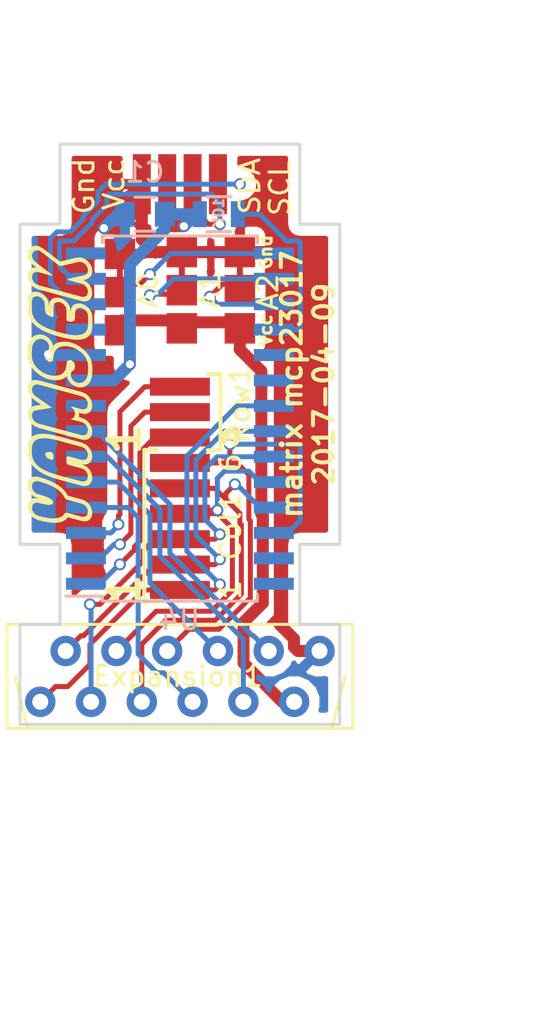
<source format=kicad_pcb>
(kicad_pcb (version 4) (host pcbnew 4.0.5+dfsg1-4)

  (general
    (links 0)
    (no_connects 0)
    (area 41.924999 44.924999 58.075001 74.075001)
    (thickness 1.6)
    (drawings 30)
    (tracks 281)
    (zones 0)
    (modules 11)
    (nets 22)
  )

  (page A4)
  (layers
    (0 F.Cu signal)
    (31 B.Cu signal)
    (32 B.Adhes user hide)
    (33 F.Adhes user hide)
    (34 B.Paste user hide)
    (35 F.Paste user hide)
    (36 B.SilkS user hide)
    (37 F.SilkS user)
    (38 B.Mask user hide)
    (39 F.Mask user hide)
    (40 Dwgs.User user)
    (41 Cmts.User user)
    (42 Eco1.User user)
    (43 Eco2.User user)
    (44 Edge.Cuts user)
    (45 Margin user)
    (46 B.CrtYd user hide)
    (47 F.CrtYd user hide)
    (48 B.Fab user hide)
    (49 F.Fab user hide)
  )

  (setup
    (last_trace_width 0.25)
    (user_trace_width 0.6)
    (trace_clearance 0.2)
    (zone_clearance 0.508)
    (zone_45_only no)
    (trace_min 0.2)
    (segment_width 0.2)
    (edge_width 0.15)
    (via_size 0.6)
    (via_drill 0.4)
    (via_min_size 0.4)
    (via_min_drill 0.3)
    (uvia_size 0.3)
    (uvia_drill 0.1)
    (uvias_allowed no)
    (uvia_min_size 0.2)
    (uvia_min_drill 0.1)
    (pcb_text_width 0.3)
    (pcb_text_size 1.5 1.5)
    (mod_edge_width 0.15)
    (mod_text_size 1 1)
    (mod_text_width 0.15)
    (pad_size 1.6 3.4)
    (pad_drill 0)
    (pad_to_mask_clearance 0.2)
    (aux_axis_origin 50 45)
    (visible_elements FFFFFF7F)
    (pcbplotparams
      (layerselection 0x00030_80000001)
      (usegerberextensions false)
      (excludeedgelayer true)
      (linewidth 0.100000)
      (plotframeref false)
      (viasonmask false)
      (mode 1)
      (useauxorigin false)
      (hpglpennumber 1)
      (hpglpenspeed 20)
      (hpglpendiameter 15)
      (hpglpenoverlay 2)
      (psnegative false)
      (psa4output false)
      (plotreference true)
      (plotvalue true)
      (plotinvisibletext false)
      (padsonsilk false)
      (subtractmaskfromsilk false)
      (outputformat 1)
      (mirror false)
      (drillshape 1)
      (scaleselection 1)
      (outputdirectory ""))
  )

  (net 0 "")
  (net 1 "Net-(Col1-Pad1)")
  (net 2 "Net-(Col1-Pad2)")
  (net 3 "Net-(Col1-Pad3)")
  (net 4 "Net-(Col1-Pad4)")
  (net 5 "Net-(Col1-Pad5)")
  (net 6 "Net-(Col1-Pad6)")
  (net 7 +5V)
  (net 8 GND)
  (net 9 /SCL)
  (net 10 /SDA)
  (net 11 "Net-(Expansion1-Pad7)")
  (net 12 "Net-(Expansion1-Pad8)")
  (net 13 "Net-(Expansion1-Pad9)")
  (net 14 "Net-(Expansion1-Pad10)")
  (net 15 "Net-(R1-Pad1)")
  (net 16 "Net-(Row1-Pad1)")
  (net 17 "Net-(Row1-Pad2)")
  (net 18 "Net-(Row1-Pad3)")
  (net 19 "Net-(A0-Pad2)")
  (net 20 "Net-(A1-Pad2)")
  (net 21 "Net-(A2-Pad2)")

  (net_class Default "This is the default net class."
    (clearance 0.2)
    (trace_width 0.25)
    (via_dia 0.6)
    (via_drill 0.4)
    (uvia_dia 0.3)
    (uvia_drill 0.1)
    (add_net +5V)
    (add_net /SCL)
    (add_net /SDA)
    (add_net GND)
    (add_net "Net-(A0-Pad2)")
    (add_net "Net-(A1-Pad2)")
    (add_net "Net-(A2-Pad2)")
    (add_net "Net-(Col1-Pad1)")
    (add_net "Net-(Col1-Pad2)")
    (add_net "Net-(Col1-Pad3)")
    (add_net "Net-(Col1-Pad4)")
    (add_net "Net-(Col1-Pad5)")
    (add_net "Net-(Col1-Pad6)")
    (add_net "Net-(Expansion1-Pad10)")
    (add_net "Net-(Expansion1-Pad7)")
    (add_net "Net-(Expansion1-Pad8)")
    (add_net "Net-(Expansion1-Pad9)")
    (add_net "Net-(R1-Pad1)")
    (add_net "Net-(Row1-Pad1)")
    (add_net "Net-(Row1-Pad2)")
    (add_net "Net-(Row1-Pad3)")
  )

  (net_class power ""
    (clearance 0.3)
    (trace_width 0.4)
    (via_dia 0.8)
    (via_drill 0.6)
    (uvia_dia 0.3)
    (uvia_drill 0.1)
  )

  (module Resistors_SMD:R_0805 (layer B.Cu) (tedit 58E66A9B) (tstamp 58E67486)
    (at 51.95 48.5 180)
    (descr "Resistor SMD 0805, reflow soldering, Vishay (see dcrcw.pdf)")
    (tags "resistor 0805")
    (path /58E6A84A)
    (attr smd)
    (fp_text reference R1 (at 2.254999 0.065 180) (layer B.Fab)
      (effects (font (size 1 1) (thickness 0.15)) (justify mirror))
    )
    (fp_text value 10K (at 0.004999 0.065 270) (layer B.SilkS)
      (effects (font (size 0.5 0.5) (thickness 0.125)) (justify mirror))
    )
    (fp_line (start -1 -0.625) (end -1 0.625) (layer B.Fab) (width 0.1))
    (fp_line (start 1 -0.625) (end -1 -0.625) (layer B.Fab) (width 0.1))
    (fp_line (start 1 0.625) (end 1 -0.625) (layer B.Fab) (width 0.1))
    (fp_line (start -1 0.625) (end 1 0.625) (layer B.Fab) (width 0.1))
    (fp_line (start -1.6 1) (end 1.6 1) (layer B.CrtYd) (width 0.05))
    (fp_line (start -1.6 -1) (end 1.6 -1) (layer B.CrtYd) (width 0.05))
    (fp_line (start -1.6 1) (end -1.6 -1) (layer B.CrtYd) (width 0.05))
    (fp_line (start 1.6 1) (end 1.6 -1) (layer B.CrtYd) (width 0.05))
    (fp_line (start 0.6 -0.875) (end -0.6 -0.875) (layer B.SilkS) (width 0.15))
    (fp_line (start -0.6 0.875) (end 0.6 0.875) (layer B.SilkS) (width 0.15))
    (pad 1 smd rect (at -0.95 0 180) (size 0.7 1.3) (layers B.Cu B.Paste B.Mask)
      (net 15 "Net-(R1-Pad1)"))
    (pad 2 smd rect (at 0.95 0 180) (size 0.7 1.3) (layers B.Cu B.Paste B.Mask)
      (net 7 +5V))
    (model Resistors_SMD.3dshapes/R_0805.wrl
      (at (xyz 0 0 0))
      (scale (xyz 1 1 1))
      (rotate (xyz 0 0 0))
    )
  )

  (module myComponents:solderPads_4_Grove_I2C (layer F.Cu) (tedit 58E53D59) (tstamp 58E55026)
    (at 50 47 180)
    (path /58E54ECF)
    (fp_text reference I2C1 (at 0.635 2.54 180) (layer F.SilkS) hide
      (effects (font (size 1 1) (thickness 0.15)))
    )
    (fp_text value CONN_01X04 (at 0.635 2.54 180) (layer F.Fab)
      (effects (font (size 1 1) (thickness 0.15)))
    )
    (fp_text user SDA (at -3.5 -0.1 270) (layer F.SilkS)
      (effects (font (size 1 1) (thickness 0.15)))
    )
    (fp_text user SCL (at -5 -0.2 270) (layer F.SilkS)
      (effects (font (size 1 1) (thickness 0.15)))
    )
    (fp_text user Gnd (at 4.8 -0.1 270) (layer F.SilkS)
      (effects (font (size 1 1) (thickness 0.15)))
    )
    (fp_text user Vcc (at 3.3 0 270) (layer F.SilkS)
      (effects (font (size 1 1) (thickness 0.15)))
    )
    (pad 1 smd rect (at -1.905 0 180) (size 0.9 3) (layers F.Cu F.Paste F.Mask)
      (net 9 /SCL))
    (pad 2 smd rect (at -0.635 0 180) (size 0.9 3) (layers F.Cu F.Paste F.Mask)
      (net 10 /SDA))
    (pad 3 smd rect (at 0.635 0 180) (size 0.9 3) (layers F.Cu F.Paste F.Mask)
      (net 7 +5V))
    (pad 4 smd rect (at 1.905 0 180) (size 0.9 3) (layers F.Cu F.Paste F.Mask)
      (net 8 GND))
  )

  (module myComponents:solderPads_6 (layer F.Cu) (tedit 58E54D6B) (tstamp 58E67BBF)
    (at 50 64.107 90)
    (path /58E2887C)
    (fp_text reference Col1 (at 0 2.54 90) (layer F.SilkS)
      (effects (font (size 1 1) (thickness 0.15)))
    )
    (fp_text value CONN_01X06 (at 0.635 -2.54 90) (layer F.Fab)
      (effects (font (size 1 1) (thickness 0.15)))
    )
    (fp_text user 6 (at 3.175 2.54 90) (layer F.SilkS)
      (effects (font (size 1 1) (thickness 0.15)))
    )
    (fp_text user 1 (at -3.175 2.54 90) (layer F.SilkS)
      (effects (font (size 1 1) (thickness 0.15)))
    )
    (pad 1 smd rect (at -3.175 0 90) (size 0.9 3) (layers F.Cu F.Paste F.Mask)
      (net 1 "Net-(Col1-Pad1)"))
    (pad 2 smd rect (at -1.905 0 90) (size 0.9 3) (layers F.Cu F.Paste F.Mask)
      (net 2 "Net-(Col1-Pad2)"))
    (pad 3 smd rect (at -0.635 0 90) (size 0.9 3) (layers F.Cu F.Paste F.Mask)
      (net 3 "Net-(Col1-Pad3)"))
    (pad 4 smd rect (at 0.635 0 90) (size 0.9 3) (layers F.Cu F.Paste F.Mask)
      (net 4 "Net-(Col1-Pad4)"))
    (pad 5 smd rect (at 1.905 0 90) (size 0.9 3) (layers F.Cu F.Paste F.Mask)
      (net 5 "Net-(Col1-Pad5)"))
    (pad 6 smd rect (at 3.175 0 90) (size 0.9 3) (layers F.Cu F.Paste F.Mask)
      (net 6 "Net-(Col1-Pad6)"))
  )

  (module myComponents:solderPads_3 (layer F.Cu) (tedit 58E54DB4) (tstamp 58E67BE6)
    (at 50 58.392 90)
    (path /58E288CF)
    (fp_text reference Row1 (at 0.392 3 90) (layer F.SilkS)
      (effects (font (size 1 1) (thickness 0.15)))
    )
    (fp_text value CONN_01X03 (at 0.635 -2.54 90) (layer F.Fab)
      (effects (font (size 1 1) (thickness 0.15)))
    )
    (fp_circle (center -1.27 2.54) (end -1.27 2.2) (layer F.SilkS) (width 0.3))
    (pad 1 smd rect (at -1.27 0 90) (size 0.9 3) (layers F.Cu F.Paste F.Mask)
      (net 16 "Net-(Row1-Pad1)"))
    (pad 2 smd rect (at 0 0 90) (size 0.9 3) (layers F.Cu F.Paste F.Mask)
      (net 17 "Net-(Row1-Pad2)"))
    (pad 3 smd rect (at 1.27 0 90) (size 0.9 3) (layers F.Cu F.Paste F.Mask)
      (net 18 "Net-(Row1-Pad3)"))
  )

  (module myComponents:microMatch-12_90_THT (layer F.Cu) (tedit 58E6787B) (tstamp 58E67BC0)
    (at 50 71.6)
    (path /58E38DE5)
    (fp_text reference Expansion1 (at -0.1 0) (layer F.SilkS)
      (effects (font (size 1 1) (thickness 0.15)))
    )
    (fp_text value CONN_01X12 (at -2.54 -3.81) (layer F.Fab)
      (effects (font (size 1 1) (thickness 0.15)))
    )
    (fp_line (start 8.255 0) (end 7.62 2.54) (layer F.SilkS) (width 0.15))
    (fp_line (start -8.255 0) (end -7.62 2.54) (layer F.SilkS) (width 0.15))
    (fp_line (start 8.65 -2.6) (end -8.65 -2.6) (layer F.SilkS) (width 0.15))
    (fp_line (start -8.65 2.6) (end -8.65 -2.6) (layer F.SilkS) (width 0.15))
    (fp_line (start -8.65 2.6) (end 8.65 2.6) (layer F.SilkS) (width 0.15))
    (fp_line (start 8.65 -2.6) (end 8.65 2.6) (layer F.SilkS) (width 0.15))
    (pad 1 thru_hole circle (at -6.985 1.27) (size 1.524 1.524) (drill 0.8) (layers *.Cu *.Mask)
      (net 1 "Net-(Col1-Pad1)"))
    (pad 2 thru_hole circle (at -5.715 -1.27) (size 1.524 1.524) (drill 0.8) (layers *.Cu *.Mask)
      (net 2 "Net-(Col1-Pad2)"))
    (pad 3 thru_hole circle (at -4.445 1.27) (size 1.524 1.524) (drill 0.8) (layers *.Cu *.Mask)
      (net 3 "Net-(Col1-Pad3)"))
    (pad 4 thru_hole circle (at -3.175 -1.27) (size 1.524 1.524) (drill 0.8) (layers *.Cu *.Mask)
      (net 4 "Net-(Col1-Pad4)"))
    (pad 5 thru_hole circle (at -1.905 1.27) (size 1.524 1.524) (drill 0.8) (layers *.Cu *.Mask)
      (net 5 "Net-(Col1-Pad5)"))
    (pad 6 thru_hole circle (at -0.635 -1.27) (size 1.524 1.524) (drill 0.8) (layers *.Cu *.Mask)
      (net 6 "Net-(Col1-Pad6)"))
    (pad 7 thru_hole circle (at 0.635 1.27) (size 1.524 1.524) (drill 0.8) (layers *.Cu *.Mask)
      (net 11 "Net-(Expansion1-Pad7)"))
    (pad 8 thru_hole circle (at 1.905 -1.27) (size 1.524 1.524) (drill 0.8) (layers *.Cu *.Mask)
      (net 12 "Net-(Expansion1-Pad8)"))
    (pad 9 thru_hole circle (at 3.175 1.27) (size 1.524 1.524) (drill 0.8) (layers *.Cu *.Mask)
      (net 13 "Net-(Expansion1-Pad9)"))
    (pad 10 thru_hole circle (at 4.445 -1.27) (size 1.524 1.524) (drill 0.8) (layers *.Cu *.Mask)
      (net 14 "Net-(Expansion1-Pad10)"))
    (pad 11 thru_hole circle (at 5.715 1.27) (size 1.524 1.524) (drill 0.8) (layers *.Cu *.Mask)
      (net 7 +5V))
    (pad 12 thru_hole circle (at 6.985 -1.27) (size 1.524 1.524) (drill 0.8) (layers *.Cu *.Mask)
      (net 8 GND))
    (model /mnt/gruscht/projects/keyboard/kicad_boards/myComponents.pretty/3d-models/micro-match_12.wrl
      (at (xyz 0 0 0))
      (scale (xyz 1 1 1))
      (rotate (xyz 0 0 0))
    )
  )

  (module Capacitors_SMD:C_0805 (layer B.Cu) (tedit 5415D6EA) (tstamp 58E7B218)
    (at 48.25 48.5 180)
    (descr "Capacitor SMD 0805, reflow soldering, AVX (see smccp.pdf)")
    (tags "capacitor 0805")
    (path /58E7C0BD)
    (attr smd)
    (fp_text reference C1 (at 0 2.1 180) (layer B.SilkS)
      (effects (font (size 1 1) (thickness 0.15)) (justify mirror))
    )
    (fp_text value 10µF (at 0 -2.1 180) (layer B.Fab)
      (effects (font (size 1 1) (thickness 0.15)) (justify mirror))
    )
    (fp_line (start -1 -0.625) (end -1 0.625) (layer B.Fab) (width 0.15))
    (fp_line (start 1 -0.625) (end -1 -0.625) (layer B.Fab) (width 0.15))
    (fp_line (start 1 0.625) (end 1 -0.625) (layer B.Fab) (width 0.15))
    (fp_line (start -1 0.625) (end 1 0.625) (layer B.Fab) (width 0.15))
    (fp_line (start -1.8 1) (end 1.8 1) (layer B.CrtYd) (width 0.05))
    (fp_line (start -1.8 -1) (end 1.8 -1) (layer B.CrtYd) (width 0.05))
    (fp_line (start -1.8 1) (end -1.8 -1) (layer B.CrtYd) (width 0.05))
    (fp_line (start 1.8 1) (end 1.8 -1) (layer B.CrtYd) (width 0.05))
    (fp_line (start 0.5 0.85) (end -0.5 0.85) (layer B.SilkS) (width 0.15))
    (fp_line (start -0.5 -0.85) (end 0.5 -0.85) (layer B.SilkS) (width 0.15))
    (pad 1 smd rect (at -1 0 180) (size 1 1.25) (layers B.Cu B.Paste B.Mask)
      (net 7 +5V))
    (pad 2 smd rect (at 1 0 180) (size 1 1.25) (layers B.Cu B.Paste B.Mask)
      (net 8 GND))
    (model Capacitors_SMD.3dshapes/C_0805.wrl
      (at (xyz 0 0 0))
      (scale (xyz 1 1 1))
      (rotate (xyz 0 0 0))
    )
  )

  (module Housings_SOIC:SOIC-28W_7.5x17.9mm_Pitch1.27mm (layer B.Cu) (tedit 57503567) (tstamp 58E7D073)
    (at 50 58.715)
    (descr "28-Lead Plastic Small Outline (SO) - Wide, 7.50 mm Body [SOIC] (see Microchip Packaging Specification 00000049BS.pdf)")
    (tags "SOIC 1.27")
    (path /58E7C6EE)
    (attr smd)
    (fp_text reference U4 (at 0 10.05) (layer B.SilkS)
      (effects (font (size 1 1) (thickness 0.15)) (justify mirror))
    )
    (fp_text value MCP23017 (at 0 -10.05) (layer B.Fab)
      (effects (font (size 1 1) (thickness 0.15)) (justify mirror))
    )
    (fp_line (start -2.75 8.95) (end 3.75 8.95) (layer B.Fab) (width 0.15))
    (fp_line (start 3.75 8.95) (end 3.75 -8.95) (layer B.Fab) (width 0.15))
    (fp_line (start 3.75 -8.95) (end -3.75 -8.95) (layer B.Fab) (width 0.15))
    (fp_line (start -3.75 -8.95) (end -3.75 7.95) (layer B.Fab) (width 0.15))
    (fp_line (start -3.75 7.95) (end -2.75 8.95) (layer B.Fab) (width 0.15))
    (fp_line (start -5.95 9.3) (end -5.95 -9.3) (layer B.CrtYd) (width 0.05))
    (fp_line (start 5.95 9.3) (end 5.95 -9.3) (layer B.CrtYd) (width 0.05))
    (fp_line (start -5.95 9.3) (end 5.95 9.3) (layer B.CrtYd) (width 0.05))
    (fp_line (start -5.95 -9.3) (end 5.95 -9.3) (layer B.CrtYd) (width 0.05))
    (fp_line (start -3.875 9.125) (end -3.875 8.875) (layer B.SilkS) (width 0.15))
    (fp_line (start 3.875 9.125) (end 3.875 8.78) (layer B.SilkS) (width 0.15))
    (fp_line (start 3.875 -9.125) (end 3.875 -8.78) (layer B.SilkS) (width 0.15))
    (fp_line (start -3.875 -9.125) (end -3.875 -8.78) (layer B.SilkS) (width 0.15))
    (fp_line (start -3.875 9.125) (end 3.875 9.125) (layer B.SilkS) (width 0.15))
    (fp_line (start -3.875 -9.125) (end 3.875 -9.125) (layer B.SilkS) (width 0.15))
    (fp_line (start -3.875 8.875) (end -5.7 8.875) (layer B.SilkS) (width 0.15))
    (pad 1 smd rect (at -4.7 8.255) (size 2 0.6) (layers B.Cu B.Paste B.Mask)
      (net 16 "Net-(Row1-Pad1)"))
    (pad 2 smd rect (at -4.7 6.985) (size 2 0.6) (layers B.Cu B.Paste B.Mask)
      (net 17 "Net-(Row1-Pad2)"))
    (pad 3 smd rect (at -4.7 5.715) (size 2 0.6) (layers B.Cu B.Paste B.Mask)
      (net 18 "Net-(Row1-Pad3)"))
    (pad 4 smd rect (at -4.7 4.445) (size 2 0.6) (layers B.Cu B.Paste B.Mask)
      (net 11 "Net-(Expansion1-Pad7)"))
    (pad 5 smd rect (at -4.7 3.175) (size 2 0.6) (layers B.Cu B.Paste B.Mask)
      (net 12 "Net-(Expansion1-Pad8)"))
    (pad 6 smd rect (at -4.7 1.905) (size 2 0.6) (layers B.Cu B.Paste B.Mask)
      (net 13 "Net-(Expansion1-Pad9)"))
    (pad 7 smd rect (at -4.7 0.635) (size 2 0.6) (layers B.Cu B.Paste B.Mask)
      (net 14 "Net-(Expansion1-Pad10)"))
    (pad 8 smd rect (at -4.7 -0.635) (size 2 0.6) (layers B.Cu B.Paste B.Mask))
    (pad 9 smd rect (at -4.7 -1.905) (size 2 0.6) (layers B.Cu B.Paste B.Mask)
      (net 7 +5V))
    (pad 10 smd rect (at -4.7 -3.175) (size 2 0.6) (layers B.Cu B.Paste B.Mask)
      (net 8 GND))
    (pad 11 smd rect (at -4.7 -4.445) (size 2 0.6) (layers B.Cu B.Paste B.Mask))
    (pad 12 smd rect (at -4.7 -5.715) (size 2 0.6) (layers B.Cu B.Paste B.Mask)
      (net 9 /SCL))
    (pad 13 smd rect (at -4.7 -6.985) (size 2 0.6) (layers B.Cu B.Paste B.Mask)
      (net 10 /SDA))
    (pad 14 smd rect (at -4.7 -8.255) (size 2 0.6) (layers B.Cu B.Paste B.Mask))
    (pad 15 smd rect (at 4.7 -8.255) (size 2 0.6) (layers B.Cu B.Paste B.Mask)
      (net 19 "Net-(A0-Pad2)"))
    (pad 16 smd rect (at 4.7 -6.985) (size 2 0.6) (layers B.Cu B.Paste B.Mask)
      (net 20 "Net-(A1-Pad2)"))
    (pad 17 smd rect (at 4.7 -5.715) (size 2 0.6) (layers B.Cu B.Paste B.Mask)
      (net 21 "Net-(A2-Pad2)"))
    (pad 18 smd rect (at 4.7 -4.445) (size 2 0.6) (layers B.Cu B.Paste B.Mask)
      (net 15 "Net-(R1-Pad1)"))
    (pad 19 smd rect (at 4.7 -3.175) (size 2 0.6) (layers B.Cu B.Paste B.Mask))
    (pad 20 smd rect (at 4.7 -1.905) (size 2 0.6) (layers B.Cu B.Paste B.Mask))
    (pad 21 smd rect (at 4.7 -0.635) (size 2 0.6) (layers B.Cu B.Paste B.Mask)
      (net 1 "Net-(Col1-Pad1)"))
    (pad 22 smd rect (at 4.7 0.635) (size 2 0.6) (layers B.Cu B.Paste B.Mask)
      (net 2 "Net-(Col1-Pad2)"))
    (pad 23 smd rect (at 4.7 1.905) (size 2 0.6) (layers B.Cu B.Paste B.Mask)
      (net 3 "Net-(Col1-Pad3)"))
    (pad 24 smd rect (at 4.7 3.175) (size 2 0.6) (layers B.Cu B.Paste B.Mask)
      (net 4 "Net-(Col1-Pad4)"))
    (pad 25 smd rect (at 4.7 4.445) (size 2 0.6) (layers B.Cu B.Paste B.Mask)
      (net 5 "Net-(Col1-Pad5)"))
    (pad 26 smd rect (at 4.7 5.715) (size 2 0.6) (layers B.Cu B.Paste B.Mask)
      (net 6 "Net-(Col1-Pad6)"))
    (pad 27 smd rect (at 4.7 6.985) (size 2 0.6) (layers B.Cu B.Paste B.Mask))
    (pad 28 smd rect (at 4.7 8.255) (size 2 0.6) (layers B.Cu B.Paste B.Mask))
    (model Housings_SOIC.3dshapes/SOIC-28_7.5x17.9mm_Pitch1.27mm.wrl
      (at (xyz 0 0 0))
      (scale (xyz 1 1 1))
      (rotate (xyz 0 0 0))
    )
  )

  (module myComponents:addr_jumper (layer F.Cu) (tedit 58E7D1DA) (tstamp 58E972BE)
    (at 47 52.395 90)
    (path /58E81F3D)
    (fp_text reference A0 (at 0.095 1.4 90) (layer F.SilkS)
      (effects (font (size 1 1) (thickness 0.15)))
    )
    (fp_text value address_sel (at 0 -1.905 90) (layer F.Fab)
      (effects (font (size 1 1) (thickness 0.15)))
    )
    (fp_line (start 0.635 0) (end 1.27 0) (layer F.Cu) (width 0.3))
    (pad 1 smd rect (at -1.905 0 90) (size 1.524 1.524) (layers F.Cu F.Paste F.Mask)
      (net 7 +5V))
    (pad 2 smd rect (at 0 0 90) (size 1.524 1.524) (layers F.Cu F.Paste F.Mask)
      (net 19 "Net-(A0-Pad2)"))
    (pad 3 smd rect (at 1.905 0 90) (size 1.524 1.524) (layers F.Cu F.Paste F.Mask)
      (net 8 GND))
  )

  (module myComponents:addr_jumper (layer F.Cu) (tedit 58E7D1DA) (tstamp 58E972C6)
    (at 50.095 52.3 90)
    (path /58E82010)
    (fp_text reference A1 (at 0 1.405 90) (layer F.SilkS)
      (effects (font (size 1 1) (thickness 0.15)))
    )
    (fp_text value address_sel (at 0 -1.905 90) (layer F.Fab)
      (effects (font (size 1 1) (thickness 0.15)))
    )
    (fp_line (start 0.635 0) (end 1.27 0) (layer F.Cu) (width 0.3))
    (pad 1 smd rect (at -1.905 0 90) (size 1.524 1.524) (layers F.Cu F.Paste F.Mask)
      (net 7 +5V))
    (pad 2 smd rect (at 0 0 90) (size 1.524 1.524) (layers F.Cu F.Paste F.Mask)
      (net 20 "Net-(A1-Pad2)"))
    (pad 3 smd rect (at 1.905 0 90) (size 1.524 1.524) (layers F.Cu F.Paste F.Mask)
      (net 8 GND))
  )

  (module myComponents:addr_jumper (layer F.Cu) (tedit 58E7D1DA) (tstamp 58E972CE)
    (at 53 52.3 90)
    (path /58E82047)
    (fp_text reference A2 (at -0.1 1.4 90) (layer F.SilkS)
      (effects (font (size 1 1) (thickness 0.15)))
    )
    (fp_text value address_sel (at 0 -1.905 90) (layer F.Fab)
      (effects (font (size 1 1) (thickness 0.15)))
    )
    (fp_line (start 0.635 0) (end 1.27 0) (layer F.Cu) (width 0.3))
    (pad 1 smd rect (at -1.905 0 90) (size 1.524 1.524) (layers F.Cu F.Paste F.Mask)
      (net 7 +5V))
    (pad 2 smd rect (at 0 0 90) (size 1.524 1.524) (layers F.Cu F.Paste F.Mask)
      (net 21 "Net-(A2-Pad2)"))
    (pad 3 smd rect (at 1.905 0 90) (size 1.524 1.524) (layers F.Cu F.Paste F.Mask)
      (net 8 GND))
  )

  (module myComponents:logo (layer F.Cu) (tedit 58EA2783) (tstamp 58EA2874)
    (at 44 57 90)
    (descr "Imported from logo.svg")
    (tags svg2mod)
    (attr smd)
    (fp_text reference svg2mod (at 0 -4.670044 90) (layer F.SilkS) hide
      (effects (font (thickness 0.3048)))
    )
    (fp_text value G*** (at 0 4.670044 90) (layer F.SilkS) hide
      (effects (font (thickness 0.3048)))
    )
    (fp_poly (pts (xy -3.374708 -1.621857) (xy -3.430932 -1.405781) (xy -3.214855 -1.405781) (xy -2.987753 -1.369312)
      (xy -2.825481 -1.259885) (xy -2.728086 -1.077472) (xy -2.69561 -0.822044) (xy -2.70397 -0.661711)
      (xy -2.729064 -0.474845) (xy -2.770918 -0.261487) (xy -2.829556 -0.02168) (xy -2.838375 -0.000182)
      (xy -3.128314 1.081302) (xy -3.190984 1.216308) (xy -3.292576 1.318876) (xy -3.41253 1.380486)
      (xy -3.53897 1.401007) (xy -3.727085 1.344786) (xy -3.789773 1.176111) (xy -3.777095 1.081302)
      (xy -3.595194 0.402205) (xy -3.647008 0.324484) (xy -3.928128 0.324484) (xy -4.023488 0.402205)
      (xy -4.204838 1.081302) (xy -4.2645 1.216308) (xy -4.365241 1.318876) (xy -4.486318 1.380486)
      (xy -4.616044 1.401007) (xy -4.804159 1.344786) (xy -4.866847 1.176111) (xy -4.853618 1.081302)
      (xy -4.559821 -0.02168) (xy -4.488536 -0.269626) (xy -4.413089 -0.490972) (xy -4.333486 -0.68569)
      (xy -4.249735 -0.85375) (xy -4.161843 -0.995126) (xy -4.009118 -1.174852) (xy -3.836394 -1.303175)
      (xy -3.643666 -1.380137) (xy -3.430932 -1.405781) (xy -3.374708 -1.621857) (xy -3.563791 -1.606162)
      (xy -3.741787 -1.559073) (xy -3.908701 -1.480589) (xy -4.064536 -1.370709) (xy -4.209295 -1.229431)
      (xy -4.342982 -1.056752) (xy -4.4656 -0.852671) (xy -4.577153 -0.617186) (xy -4.677644 -0.350295)
      (xy -4.767077 -0.051996) (xy -5.070246 1.081302) (xy -5.091743 1.236745) (xy -5.061385 1.397849)
      (xy -4.970476 1.517865) (xy -4.835429 1.592619) (xy -4.672268 1.617635) (xy -4.467916 1.586153)
      (xy -4.278701 1.491958) (xy -4.106784 1.324453) (xy -3.997581 1.107209) (xy -4.014669 1.236745)
      (xy -3.983462 1.398972) (xy -3.889543 1.522274) (xy -3.760792 1.593744) (xy -3.599603 1.617635)
      (xy -3.386707 1.583906) (xy -3.188948 1.483138) (xy -3.015717 1.307089) (xy -2.911687 1.081302)
      (xy -2.760654 0.514653) (xy -2.741334 0.451683) (xy -2.689293 0.262791) (xy -2.60466 -0.051996)
      (xy -2.546022 -0.292852) (xy -2.504168 -0.50938) (xy -2.479074 -0.70158) (xy -2.470715 -0.869449)
      (xy -2.489834 -1.099389) (xy -2.547185 -1.287501) (xy -2.642752 -1.433795) (xy -2.776525 -1.53828)
      (xy -2.948489 -1.600965) (xy -3.158631 -1.621857) (xy -3.374708 -1.621857)) (layer F.SilkS) (width 0))
    (fp_poly (pts (xy 3.780067 -1.621857) (xy 3.723843 -1.405781) (xy 4.156547 -1.405781) (xy 4.341375 -1.348436)
      (xy 4.40294 -1.176476) (xy 4.372857 -1.029386) (xy 4.282224 -0.890946) (xy 4.145777 -0.790454)
      (xy 3.979055 -0.757001) (xy 3.767389 -0.757001) (xy 3.538083 -0.709596) (xy 3.439797 -0.589624)
      (xy 3.352324 -0.376662) (xy 3.347914 -0.367843) (xy 3.382641 -0.324297) (xy 3.866607 -0.324297)
      (xy 4.051712 -0.267227) (xy 4.113552 -0.095542) (xy 4.083194 0.051548) (xy 3.992285 0.189987)
      (xy 3.856113 0.290755) (xy 3.689667 0.324484) (xy 3.213968 0.324484) (xy 3.153335 0.367478)
      (xy 3.148925 0.376298) (xy 3.123018 0.579696) (xy 3.19192 0.735139) (xy 3.360592 0.756636)
      (xy 3.57722 0.756636) (xy 3.762048 0.813981) (xy 3.823613 0.985942) (xy 3.793255 1.133032)
      (xy 3.702345 1.271471) (xy 3.566175 1.371964) (xy 3.399728 1.405417) (xy 2.967024 1.405417)
      (xy 2.740008 1.368948) (xy 2.577926 1.259521) (xy 2.48072 1.077108) (xy 2.448331 0.82168)
      (xy 2.456973 0.658392) (xy 2.482908 0.466975) (xy 2.526142 0.247444) (xy 2.586686 -0.000182)
      (xy 2.66092 -0.252769) (xy 2.738291 -0.477674) (xy 2.818783 -0.674899) (xy 2.902382 -0.844443)
      (xy 2.989073 -0.986306) (xy 3.143617 -1.169843) (xy 3.317532 -1.300927) (xy 3.51091 -1.37957)
      (xy 3.723843 -1.405781) (xy 3.780067 -1.621857) (xy 3.576339 -1.604467) (xy 3.386114 -1.552281)
      (xy 3.209366 -1.465277) (xy 3.046075 -1.343431) (xy 2.896216 -1.186722) (xy 2.759767 -0.995126)
      (xy 2.676333 -0.844594) (xy 2.595601 -0.669818) (xy 2.517616 -0.470813) (xy 2.44242 -0.247596)
      (xy 2.370058 -0.000182) (xy 2.30579 0.26365) (xy 2.259984 0.497207) (xy 2.232559 0.700489)
      (xy 2.223435 0.873494) (xy 2.242514 1.102147) (xy 2.299762 1.289264) (xy 2.395197 1.43483)
      (xy 2.528836 1.538827) (xy 2.700698 1.601237) (xy 2.9108 1.622044) (xy 3.343504 1.622044)
      (xy 3.534786 1.596052) (xy 3.704938 1.518124) (xy 3.853929 1.388329) (xy 3.959618 1.242656)
      (xy 4.022989 1.088281) (xy 4.044099 0.925308) (xy 4.018234 0.771816) (xy 3.94047 0.648598)
      (xy 3.811826 0.567547) (xy 3.633443 0.54056) (xy 3.824582 0.514568) (xy 3.994468 0.436639)
      (xy 4.143317 0.306845) (xy 4.249149 0.161314) (xy 4.312785 0.007205) (xy 4.334038 -0.155625)
      (xy 4.307897 -0.309394) (xy 4.229858 -0.432886) (xy 4.101215 -0.513938) (xy 3.922831 -0.540924)
      (xy 4.114113 -0.566774) (xy 4.284265 -0.644437) (xy 4.433257 -0.774088) (xy 4.538946 -0.919761)
      (xy 4.602316 -1.074136) (xy 4.623426 -1.237109) (xy 4.597561 -1.390602) (xy 4.519798 -1.513819)
      (xy 4.391153 -1.59487) (xy 4.212771 -1.621857) (xy 3.780067 -1.621857)) (layer F.SilkS) (width 0))
    (fp_poly (pts (xy -0.203566 -1.617999) (xy -0.605953 -1.211202) (xy -0.449324 -1.357149) (xy -0.255932 -1.405781)
      (xy -0.07844 -1.340738) (xy -0.004577 -1.172066) (xy -0.017807 -1.081667) (xy -0.597134 1.081302)
      (xy -0.656795 1.216308) (xy -0.757537 1.318876) (xy -0.87749 1.380486) (xy -1.003931 1.401007)
      (xy -1.195331 1.344786) (xy -1.259143 1.176111) (xy -1.245914 1.081302) (xy -1.107559 0.575287)
      (xy -1.111969 0.553238) (xy -1.129608 0.562057) (xy -1.286237 0.708005) (xy -1.479629 0.756636)
      (xy -1.64932 0.708005) (xy -1.726023 0.562057) (xy -1.743662 0.553238) (xy -1.75634 0.575287)
      (xy -1.890285 1.081302) (xy -1.95323 1.216308) (xy -2.055098 1.318876) (xy -2.175051 1.380486)
      (xy -2.301491 1.401007) (xy -2.492892 1.344786) (xy -2.556704 1.176111) (xy -2.543475 1.081302)
      (xy -1.964148 -1.081667) (xy -1.901478 -1.213387) (xy -1.799886 -1.314831) (xy -1.676647 -1.383015)
      (xy -1.549083 -1.405781) (xy -1.382402 -1.357149) (xy -1.306548 -1.211202) (xy -1.181422 -0.432886)
      (xy -1.168193 -0.424067) (xy -1.146696 -0.432886) (xy -0.605953 -1.211202) (xy -0.203566 -1.617999)
      (xy -0.423244 -1.581883) (xy -0.615102 -1.47362) (xy -0.779035 -1.293333) (xy -1.025428 -0.938902)
      (xy -1.081652 -1.293333) (xy -1.151876 -1.473477) (xy -1.287511 -1.581475) (xy -1.488449 -1.617448)
      (xy -1.700307 -1.582871) (xy -1.903514 -1.479093) (xy -2.07647 -1.304167) (xy -2.180224 -1.081667)
      (xy -2.760102 1.081302) (xy -2.7816 1.241155) (xy -2.751242 1.398972) (xy -2.660333 1.517865)
      (xy -2.525286 1.592619) (xy -2.362125 1.617635) (xy -2.148953 1.583906) (xy -1.950919 1.483138)
      (xy -1.777963 1.307089) (xy -1.674208 1.081302) (xy -1.643892 0.955625) (xy -1.427815 0.955625)
      (xy -1.462542 1.081302) (xy -1.484039 1.241155) (xy -1.453681 1.398972) (xy -1.362772 1.517865)
      (xy -1.227724 1.592619) (xy -1.064564 1.617635) (xy -0.851393 1.583906) (xy -0.653358 1.483138)
      (xy -0.481526 1.307089) (xy -0.381057 1.081302) (xy 0.19827 -1.081667) (xy 0.220318 -1.232699)
      (xy 0.18996 -1.391641) (xy 0.099051 -1.513819) (xy -0.03712 -1.591861) (xy -0.203566 -1.617999)) (layer F.SilkS) (width 0))
    (fp_poly (pts (xy 6.329733 0.838943) (xy 5.931831 -0.047711) (xy 5.905879 0.047447) (xy 6.113482 0.934093)
      (xy 6.117855 1.007618) (xy 6.082173 1.157916) (xy 5.975127 1.288751) (xy 5.832401 1.376334)
      (xy 5.681025 1.405529) (xy 5.530729 1.361196) (xy 5.451797 1.228199) (xy 5.451756 1.228193)
      (xy 5.261453 0.393448) (xy 5.235501 0.363165) (xy 5.209559 0.402098) (xy 5.027906 1.081141)
      (xy 4.965191 1.216301) (xy 4.863554 1.319022) (xy 4.743534 1.380654) (xy 4.617026 1.401198)
      (xy 4.425643 1.344972) (xy 4.361849 1.176293) (xy 4.374819 1.081135) (xy 4.954375 -1.081419)
      (xy 5.018171 -1.21766) (xy 5.123053 -1.323625) (xy 5.239829 -1.382009) (xy 5.365255 -1.401471)
      (xy 5.556639 -1.345244) (xy 5.620433 -1.176564) (xy 5.603132 -1.081417) (xy 5.421478 -0.402374)
      (xy 5.430118 -0.363441) (xy 5.469052 -0.393713) (xy 6.109159 -1.228459) (xy 6.259455 -1.361456)
      (xy 6.433538 -1.405788) (xy 6.62384 -1.336594) (xy 6.701685 -1.163589) (xy 6.680061 -1.050055)
      (xy 6.615189 -0.934358) (xy 5.931831 -0.047711) (xy 6.329733 0.838943) (xy 6.135107 -0.000129)
      (xy 6.779539 -0.8392) (xy 6.889828 -1.030585) (xy 6.926591 -1.215483) (xy 6.894153 -1.376594)
      (xy 6.796839 -1.505267) (xy 6.656275 -1.59285) (xy 6.485435 -1.622044) (xy 6.286963 -1.588885)
      (xy 6.106753 -1.489408) (xy 5.944804 -1.323611) (xy 5.841007 -1.189532) (xy 5.819379 -1.374432)
      (xy 5.728556 -1.513916) (xy 5.597723 -1.591772) (xy 5.430127 -1.617724) (xy 5.217119 -1.583123)
      (xy 5.019247 -1.47932) (xy 4.893821 -1.367828) (xy 4.800112 -1.235192) (xy 4.738119 -1.081411)
      (xy 4.158562 1.081145) (xy 4.136941 1.236848) (xy 4.169379 1.395797) (xy 4.266693 1.517981)
      (xy 4.398606 1.592589) (xy 4.560795 1.617458) (xy 4.745691 1.591506) (xy 4.919775 1.51365)
      (xy 5.083045 1.374166) (xy 5.200903 1.189268) (xy 5.268481 1.378491) (xy 5.367416 1.513651)
      (xy 5.497708 1.594747) (xy 5.659358 1.621778) (xy 5.84101 1.594386) (xy 6.011129 1.512209)
      (xy 6.169715 1.375247) (xy 6.289374 1.204166) (xy 6.342716 1.025395) (xy 6.329741 0.838935)
      (xy 6.329733 0.838943)) (layer F.SilkS) (width 0))
    (fp_poly (pts (xy 0.894159 1.405532) (xy 0.020499 1.435807) (xy 0.181488 1.539129) (xy 0.381882 1.601123)
      (xy 0.621682 1.621787) (xy 0.837934 1.621787) (xy 1.04519 1.60293) (xy 1.241375 1.546357)
      (xy 1.426487 1.45207) (xy 1.600527 1.320068) (xy 1.763494 1.150351) (xy 1.895841 0.972849)
      (xy 1.998777 0.78981) (xy 2.072303 0.601235) (xy 2.116418 0.407125) (xy 2.131123 0.207478)
      (xy 2.109017 -0.007337) (xy 2.0427 -0.190433) (xy 1.932172 -0.341812) (xy 1.932172 -0.341801)
      (xy 2.091718 -0.399949) (xy 2.230119 -0.487893) (xy 2.347376 -0.605633) (xy 2.457665 -0.804588)
      (xy 2.494428 -1.020843) (xy 2.447934 -1.252236) (xy 2.308451 -1.436053) (xy 2.147463 -1.539382)
      (xy 1.947069 -1.601379) (xy 1.707269 -1.622044) (xy 1.491017 -1.622044) (xy 1.280819 -1.603187)
      (xy 1.082732 -1.546615) (xy 0.896755 -1.452327) (xy 0.722888 -1.320325) (xy 0.561131 -1.150608)
      (xy 0.430341 -0.972932) (xy 0.328616 -0.789374) (xy 0.255956 -0.599935) (xy 0.212359 -0.404613)
      (xy 0.197827 -0.203409) (xy 0.219933 0.009002) (xy 0.28625 0.190656) (xy 0.396779 0.341554)
      (xy 0.237713 0.399222) (xy 0.100753 0.485725) (xy -0.014101 0.601063) (xy -0.127634 0.803261)
      (xy -0.165478 1.020598) (xy -0.118984 1.249828) (xy 0.020499 1.435807) (xy 0.894159 1.405532)
      (xy 0.677907 1.405532) (xy 0.486644 1.390634) (xy 0.328059 1.345941) (xy 0.202153 1.271453)
      (xy 0.095107 1.136294) (xy 0.059425 0.973022) (xy 0.088619 0.814074) (xy 0.176201 0.674589)
      (xy 0.31244 0.57403) (xy 0.478955 0.54051) (xy 0.602219 0.567542) (xy 0.677907 0.648637)
      (xy 0.750353 0.729734) (xy 0.863884 0.756766) (xy 1.071487 0.726484) (xy 1.222863 0.540504)
      (xy 1.162308 0.3502) (xy 0.95903 0.324258) (xy 0.723315 0.278821) (xy 0.552476 0.151254)
      (xy 0.455161 -0.028238) (xy 0.422723 -0.255306) (xy 0.440294 -0.457235) (xy 0.493006 -0.652135)
      (xy 0.580859 -0.840007) (xy 0.703853 -1.02085) (xy 0.863069 -1.189259) (xy 1.037963 -1.309551)
      (xy 1.228535 -1.381727) (xy 1.434786 -1.405785) (xy 1.651038 -1.405785) (xy 1.842302 -1.390888)
      (xy 2.000887 -1.346195) (xy 2.126794 -1.271706) (xy 2.233838 -1.13871) (xy 2.26952 -0.973274)
      (xy 2.239245 -0.813245) (xy 2.148419 -0.670517) (xy 2.015424 -0.573202) (xy 1.849991 -0.540763)
      (xy 1.727809 -0.567795) (xy 1.646714 -0.64889) (xy 1.569945 -0.729987) (xy 1.452086 -0.757019)
      (xy 1.257459 -0.726737) (xy 1.106082 -0.540757) (xy 1.166637 -0.350452) (xy 1.369915 -0.3245)
      (xy 1.604548 -0.280143) (xy 1.772144 -0.15582) (xy 1.872701 0.026915) (xy 1.90622 0.255064)
      (xy 1.888649 0.456993) (xy 1.835938 0.651893) (xy 1.748086 0.839766) (xy 1.625092 1.020609)
      (xy 1.465876 1.189018) (xy 1.290982 1.30931) (xy 1.100409 1.381485) (xy 0.894159 1.405543)
      (xy 0.894159 1.405532)) (layer F.SilkS) (width 0))
    (fp_poly (pts (xy -5.689649 0.242077) (xy -6.027026 1.483375) (xy -5.904003 1.371403) (xy -5.811735 1.237325)
      (xy -5.750223 1.081141) (xy -5.568572 0.393448) (xy -5.41679 0.302622) (xy -5.27501 0.185845)
      (xy -5.143232 0.043117) (xy -5.021455 -0.125561) (xy -4.90968 -0.320191) (xy -4.807906 -0.540771)
      (xy -4.716134 -0.787301) (xy -4.634364 -1.059783) (xy -4.62999 -1.081404) (xy -4.608369 -1.237109)
      (xy -4.638644 -1.398218) (xy -4.72947 -1.51824) (xy -4.865709 -1.592848) (xy -5.032223 -1.617717)
      (xy -5.237663 -1.585279) (xy -5.430128 -1.487963) (xy -5.600968 -1.319284) (xy -5.706931 -1.098704)
      (xy -5.70694 -1.098697) (xy -5.689638 -1.241427) (xy -5.719914 -1.401455) (xy -5.810739 -1.518233)
      (xy -5.942653 -1.592841) (xy -6.104843 -1.617711) (xy -6.31677 -1.584191) (xy -6.511397 -1.483632)
      (xy -6.636824 -1.371659) (xy -6.730533 -1.237581) (xy -6.792525 -1.081397) (xy -6.801165 -1.046794)
      (xy -6.856039 -0.8227) (xy -6.895234 -0.617527) (xy -6.918752 -0.431277) (xy -6.926591 -0.26395)
      (xy -6.909291 -0.046072) (xy -6.85739 0.136123) (xy -6.77089 0.282635) (xy -6.649789 0.393466)
      (xy -6.83149 1.081145) (xy -6.853111 1.241174) (xy -6.821755 1.400122) (xy -6.727684 1.522308)
      (xy -6.597933 1.593668) (xy -6.433581 1.617454) (xy -6.221654 1.583934) (xy -6.027026 1.483375)
      (xy -5.689649 0.242077) (xy -5.763174 0.319922) (xy -5.966452 1.081142) (xy -6.029167 1.216302)
      (xy -6.130803 1.319023) (xy -6.250823 1.380655) (xy -6.377331 1.401199) (xy -6.565472 1.344973)
      (xy -6.628186 1.176293) (xy -6.615215 1.081146) (xy -6.416262 0.328577) (xy -6.442204 0.242071)
      (xy -6.588776 0.12289) (xy -6.676719 -0.061648) (xy -6.706033 -0.311543) (xy -6.697924 -0.46995)
      (xy -6.673595 -0.651064) (xy -6.633047 -0.854885) (xy -6.576281 -1.081413) (xy -6.512485 -1.217653)
      (xy -6.407604 -1.323618) (xy -6.290827 -1.382002) (xy -6.165402 -1.401463) (xy -5.974018 -1.345237)
      (xy -5.910223 -1.176558) (xy -5.927524 -1.0814) (xy -5.985189 -0.84448) (xy -6.019789 -0.658501)
      (xy -6.031322 -0.523461) (xy -6.001046 -0.391544) (xy -5.91022 -0.333156) (xy -5.802094 -0.382892)
      (xy -5.711268 -0.488859) (xy -5.643028 -0.627744) (xy -5.570944 -0.825257) (xy -5.495015 -1.0814)
      (xy -5.499389 -1.0814) (xy -5.436674 -1.217641) (xy -5.335037 -1.323606) (xy -5.215017 -1.38199)
      (xy -5.088509 -1.401451) (xy -4.90037 -1.345225) (xy -4.837657 -1.176545) (xy -4.850627 -1.081398)
      (xy -4.846254 -1.081398) (xy -4.93655 -0.782171) (xy -5.036909 -0.519663) (xy -5.14733 -0.293875)
      (xy -5.267814 -0.104805) (xy -5.39836 0.047544) (xy -5.538968 0.163175) (xy -5.689638 0.242086)
      (xy -5.689649 0.242077)) (layer F.SilkS) (width 0))
    (fp_poly (pts (xy -3.504243 -0.743772) (xy -3.672958 -0.660563) (xy -3.789773 -0.410838) (xy -3.720871 -0.324297)
      (xy -3.504243 -0.324297) (xy -3.396205 -0.410838) (xy -3.374708 -0.558012) (xy -3.407038 -0.697386)
      (xy -3.504244 -0.743772) (xy -3.504243 -0.743772)) (layer F.SilkS) (width 0))
  )

  (gr_text "matrix mcp23017\n2017-04-09" (at 56.4 57 90) (layer F.SilkS)
    (effects (font (size 1 1) (thickness 0.2)))
  )
  (gr_text Vcc (at 54.3 54.3 90) (layer F.SilkS) (tstamp 58E9717D)
    (effects (font (size 0.6 0.6) (thickness 0.15)))
  )
  (gr_text Gnd (at 54.3 50.4 90) (layer F.SilkS)
    (effects (font (size 0.6 0.6) (thickness 0.15)))
  )
  (gr_text 1 (at 47.206 67.262828 90) (layer F.SilkS) (tstamp 58E67953)
    (effects (font (size 1.5 1.5) (thickness 0.3)))
  )
  (gr_text 1 (at 47.244 59.747 90) (layer F.SilkS)
    (effects (font (size 1.5 1.5) (thickness 0.3)))
  )
  (gr_line (start 48.222 60.277828) (end 48.857 60.277828) (layer F.SilkS) (width 0.2))
  (gr_line (start 48.222 67.897828) (end 48.222 60.277828) (layer F.SilkS) (width 0.2))
  (gr_line (start 48.895 67.897828) (end 48.26 67.897828) (layer F.SilkS) (width 0.2))
  (gr_line (start 52.032 56.4866) (end 51.397 56.4866) (layer F.SilkS) (width 0.2))
  (gr_line (start 52.032 60.2966) (end 52.032 56.4866) (layer F.SilkS) (width 0.2))
  (gr_line (start 51.397 60.2966) (end 52.032 60.2966) (layer F.SilkS) (width 0.2))
  (gr_line (start 44 49) (end 42 49) (layer Edge.Cuts) (width 0.15))
  (gr_line (start 44 45) (end 44 49) (layer Edge.Cuts) (width 0.15))
  (gr_line (start 56 49) (end 56 45) (layer Edge.Cuts) (width 0.15))
  (gr_line (start 58 49) (end 56 49) (layer Edge.Cuts) (width 0.15))
  (dimension 16 (width 0.3) (layer Eco2.User)
    (gr_text "16.000 mm" (at 50 39.65) (layer Eco2.User) (tstamp 58E63689)
      (effects (font (size 1.5 1.5) (thickness 0.3)))
    )
    (feature1 (pts (xy 42 44) (xy 42 38.3)))
    (feature2 (pts (xy 58 44) (xy 58 38.3)))
    (crossbar (pts (xy 58 41) (xy 42 41)))
    (arrow1a (pts (xy 42 41) (xy 43.126504 40.413579)))
    (arrow1b (pts (xy 42 41) (xy 43.126504 41.586421)))
    (arrow2a (pts (xy 58 41) (xy 56.873496 40.413579)))
    (arrow2b (pts (xy 58 41) (xy 56.873496 41.586421)))
  )
  (dimension 4 (width 0.3) (layer Eco2.User)
    (gr_text "4.000 mm" (at 66.35 67 270) (layer Eco2.User) (tstamp 58E63687)
      (effects (font (size 1.5 1.5) (thickness 0.3)))
    )
    (feature1 (pts (xy 63.5 69) (xy 67.7 69)))
    (feature2 (pts (xy 63.5 65) (xy 67.7 65)))
    (crossbar (pts (xy 65 65) (xy 65 69)))
    (arrow1a (pts (xy 65 69) (xy 64.413579 67.873496)))
    (arrow1b (pts (xy 65 69) (xy 65.586421 67.873496)))
    (arrow2a (pts (xy 65 65) (xy 64.413579 66.126504)))
    (arrow2b (pts (xy 65 65) (xy 65.586421 66.126504)))
  )
  (dimension 20 (width 0.3) (layer Eco2.User)
    (gr_text "20.000 mm" (at 63.35 55 90) (layer Eco2.User) (tstamp 58E882C8)
      (effects (font (size 1.5 1.5) (thickness 0.3)))
    )
    (feature1 (pts (xy 60.5 45) (xy 64.7 45)))
    (feature2 (pts (xy 60.5 65) (xy 64.7 65)))
    (crossbar (pts (xy 62 65) (xy 62 45)))
    (arrow1a (pts (xy 62 45) (xy 62.586421 46.126504)))
    (arrow1b (pts (xy 62 45) (xy 61.413579 46.126504)))
    (arrow2a (pts (xy 62 65) (xy 62.586421 63.873496)))
    (arrow2b (pts (xy 62 65) (xy 61.413579 63.873496)))
  )
  (gr_line (start 42 49) (end 42 65) (layer Edge.Cuts) (width 0.15))
  (gr_line (start 58 65) (end 58 49) (layer Edge.Cuts) (width 0.15))
  (gr_line (start 56 65) (end 58 65) (layer Edge.Cuts) (width 0.15))
  (gr_line (start 56 65) (end 56 69) (layer Edge.Cuts) (width 0.15))
  (gr_line (start 58 69) (end 56 69) (layer Edge.Cuts) (width 0.15))
  (gr_line (start 44 65) (end 42 65) (layer Edge.Cuts) (width 0.15))
  (gr_line (start 44 65) (end 44 69) (layer Edge.Cuts) (width 0.15))
  (gr_line (start 42 69) (end 44 69) (layer Edge.Cuts) (width 0.15))
  (gr_line (start 56 45) (end 44 45) (layer Edge.Cuts) (width 0.15))
  (gr_line (start 58 74) (end 58 69) (layer Edge.Cuts) (width 0.15))
  (gr_line (start 42 74) (end 58 74) (layer Edge.Cuts) (width 0.15))
  (gr_line (start 42 74) (end 42 69) (layer Edge.Cuts) (width 0.15))

  (segment (start 43.015 72.87) (end 43.776999 72.108001) (width 0.25) (layer F.Cu) (net 1))
  (segment (start 43.776999 72.108001) (end 44.391999 72.108001) (width 0.25) (layer F.Cu) (net 1))
  (segment (start 44.391999 72.108001) (end 45.5 71) (width 0.25) (layer F.Cu) (net 1))
  (segment (start 45.5 71) (end 45.5 70) (width 0.25) (layer F.Cu) (net 1))
  (segment (start 45.5 70) (end 48.218 67.282) (width 0.25) (layer F.Cu) (net 1))
  (segment (start 48.218 67.282) (end 50 67.282) (width 0.25) (layer F.Cu) (net 1))
  (segment (start 51.75 67.282) (end 52 67.032) (width 0.25) (layer F.Cu) (net 1))
  (segment (start 50 67.282) (end 51.75 67.282) (width 0.25) (layer F.Cu) (net 1))
  (segment (start 52.858588 58.08) (end 50.34998 60.588608) (width 0.25) (layer B.Cu) (net 1))
  (segment (start 50.34998 60.588608) (end 50.34998 65.34998) (width 0.25) (layer B.Cu) (net 1))
  (segment (start 54.7 58.08) (end 52.858588 58.08) (width 0.25) (layer B.Cu) (net 1))
  (via (at 52 67) (size 0.6) (drill 0.4) (layers F.Cu B.Cu) (net 1))
  (segment (start 51.700001 66.700001) (end 52 67) (width 0.25) (layer B.Cu) (net 1))
  (segment (start 50.34998 65.34998) (end 51.700001 66.700001) (width 0.25) (layer B.Cu) (net 1))
  (segment (start 52 67.032) (end 52 67) (width 0.25) (layer F.Cu) (net 1))
  (segment (start 52 65.762) (end 52 65.75) (width 0.25) (layer F.Cu) (net 2))
  (segment (start 51.75 66.012) (end 52 65.762) (width 0.25) (layer F.Cu) (net 2))
  (segment (start 50 66.012) (end 51.75 66.012) (width 0.25) (layer F.Cu) (net 2))
  (segment (start 51.700001 65.450001) (end 52 65.75) (width 0.25) (layer B.Cu) (net 2))
  (segment (start 50.799989 64.549989) (end 51.700001 65.450001) (width 0.25) (layer B.Cu) (net 2))
  (segment (start 50.799989 60.775009) (end 50.799989 64.549989) (width 0.25) (layer B.Cu) (net 2))
  (segment (start 52.224998 59.35) (end 50.799989 60.775009) (width 0.25) (layer B.Cu) (net 2))
  (segment (start 54.7 59.35) (end 52.224998 59.35) (width 0.25) (layer B.Cu) (net 2))
  (via (at 52 65.75) (size 0.6) (drill 0.4) (layers F.Cu B.Cu) (net 2))
  (segment (start 48.734998 66.012) (end 50 66.012) (width 0.25) (layer F.Cu) (net 2))
  (segment (start 45.178997 69.568001) (end 48.734998 66.012) (width 0.25) (layer F.Cu) (net 2))
  (segment (start 45.046999 69.568001) (end 45.178997 69.568001) (width 0.25) (layer F.Cu) (net 2))
  (segment (start 44.285 70.33) (end 45.046999 69.568001) (width 0.25) (layer F.Cu) (net 2))
  (segment (start 51.758 64.742) (end 52 64.5) (width 0.25) (layer F.Cu) (net 3))
  (segment (start 51.700001 64.200001) (end 52 64.5) (width 0.25) (layer B.Cu) (net 3))
  (segment (start 51.249999 63.749999) (end 51.700001 64.200001) (width 0.25) (layer B.Cu) (net 3))
  (segment (start 51.249999 61.238591) (end 51.249999 63.749999) (width 0.25) (layer B.Cu) (net 3))
  (segment (start 53.45 60.62) (end 53.444999 60.625001) (width 0.25) (layer B.Cu) (net 3))
  (segment (start 50 64.742) (end 51.758 64.742) (width 0.25) (layer F.Cu) (net 3))
  (via (at 52 64.5) (size 0.6) (drill 0.4) (layers F.Cu B.Cu) (net 3))
  (segment (start 53.444999 60.625001) (end 51.863589 60.625001) (width 0.25) (layer B.Cu) (net 3))
  (segment (start 51.863589 60.625001) (end 51.249999 61.238591) (width 0.25) (layer B.Cu) (net 3))
  (segment (start 54.7 60.62) (end 53.45 60.62) (width 0.25) (layer B.Cu) (net 3))
  (segment (start 46.000002 67.999998) (end 45.924264 67.999998) (width 0.25) (layer F.Cu) (net 3))
  (segment (start 48.174999 65.825001) (end 46.000002 67.999998) (width 0.25) (layer F.Cu) (net 3))
  (segment (start 48.174999 65.301999) (end 48.174999 65.825001) (width 0.25) (layer F.Cu) (net 3))
  (segment (start 45.924264 67.999998) (end 45.5 67.999998) (width 0.25) (layer F.Cu) (net 3))
  (segment (start 48.476998 65) (end 48.174999 65.301999) (width 0.25) (layer F.Cu) (net 3))
  (segment (start 49.742 65) (end 48.476998 65) (width 0.25) (layer F.Cu) (net 3))
  (segment (start 45.555 68.054998) (end 45.5 67.999998) (width 0.25) (layer B.Cu) (net 3))
  (segment (start 45.555 72.87) (end 45.555 68.054998) (width 0.25) (layer B.Cu) (net 3))
  (via (at 45.5 67.999998) (size 0.6) (drill 0.4) (layers F.Cu B.Cu) (net 3))
  (segment (start 50 63.472) (end 51.897002 63.472) (width 0.25) (layer F.Cu) (net 4))
  (segment (start 51.897002 63.472) (end 52.625001 64.199999) (width 0.25) (layer F.Cu) (net 4))
  (segment (start 48.812022 68.342978) (end 47.586999 69.568001) (width 0.25) (layer F.Cu) (net 4))
  (segment (start 51.582024 68.342978) (end 48.812022 68.342978) (width 0.25) (layer F.Cu) (net 4))
  (segment (start 47.586999 69.568001) (end 46.825 70.33) (width 0.25) (layer F.Cu) (net 4))
  (segment (start 52.625001 67.300001) (end 51.582024 68.342978) (width 0.25) (layer F.Cu) (net 4))
  (segment (start 52.625001 64.199999) (end 52.625001 67.300001) (width 0.25) (layer F.Cu) (net 4))
  (segment (start 53.45 61.34) (end 52.234974 61.34) (width 0.25) (layer B.Cu) (net 4))
  (segment (start 51.874975 61.699999) (end 51.874975 62.868653) (width 0.25) (layer B.Cu) (net 4))
  (segment (start 51.874975 62.868653) (end 51.875 62.868678) (width 0.25) (layer B.Cu) (net 4))
  (segment (start 54.7 61.89) (end 54 61.89) (width 0.25) (layer B.Cu) (net 4))
  (segment (start 52.234974 61.34) (end 51.874975 61.699999) (width 0.25) (layer B.Cu) (net 4))
  (segment (start 51.875 62.868678) (end 51.875 63.292942) (width 0.25) (layer B.Cu) (net 4))
  (segment (start 54 61.89) (end 53.45 61.34) (width 0.25) (layer B.Cu) (net 4))
  (segment (start 51.875 63.292942) (end 50.179058 63.292942) (width 0.25) (layer F.Cu) (net 4))
  (segment (start 50.179058 63.292942) (end 50 63.472) (width 0.25) (layer F.Cu) (net 4))
  (via (at 51.875 63.292942) (size 0.6) (drill 0.4) (layers F.Cu B.Cu) (net 4))
  (segment (start 53 63.452) (end 52.298 62.75) (width 0.25) (layer F.Cu) (net 5))
  (segment (start 49.293249 68.792989) (end 51.768424 68.792989) (width 0.25) (layer F.Cu) (net 5))
  (segment (start 51.768424 68.792989) (end 53.075012 67.486401) (width 0.25) (layer F.Cu) (net 5))
  (segment (start 53 63.938587) (end 53 63.452) (width 0.25) (layer F.Cu) (net 5))
  (segment (start 48.095 72.87) (end 48.095 69.991238) (width 0.25) (layer F.Cu) (net 5))
  (segment (start 53.075012 64.013599) (end 53 63.938587) (width 0.25) (layer F.Cu) (net 5))
  (segment (start 53.075012 67.486401) (end 53.075012 64.013599) (width 0.25) (layer F.Cu) (net 5))
  (segment (start 48.095 69.991238) (end 49.293249 68.792989) (width 0.25) (layer F.Cu) (net 5))
  (segment (start 52.84 62) (end 52.749992 62) (width 0.25) (layer B.Cu) (net 5))
  (via (at 52.749992 62) (size 0.6) (drill 0.4) (layers F.Cu B.Cu) (net 5))
  (segment (start 52.298 62.75) (end 52.298 62.451992) (width 0.25) (layer F.Cu) (net 5))
  (segment (start 54 63.16) (end 52.84 62) (width 0.25) (layer B.Cu) (net 5))
  (segment (start 52.449993 62.299999) (end 52.749992 62) (width 0.25) (layer F.Cu) (net 5))
  (segment (start 52.298 62.451992) (end 52.449993 62.299999) (width 0.25) (layer F.Cu) (net 5))
  (segment (start 54.7 63.16) (end 54 63.16) (width 0.25) (layer B.Cu) (net 5))
  (segment (start 52.298 62.75) (end 51.75 62.202) (width 0.25) (layer F.Cu) (net 5))
  (segment (start 51.75 62.202) (end 50 62.202) (width 0.25) (layer F.Cu) (net 5))
  (segment (start 49.365 70.33) (end 50.452001 69.242999) (width 0.25) (layer F.Cu) (net 6))
  (segment (start 53.450011 61.525007) (end 52.857004 60.932) (width 0.25) (layer F.Cu) (net 6))
  (segment (start 53.525023 63.827199) (end 53.450011 63.752187) (width 0.25) (layer F.Cu) (net 6))
  (segment (start 53.525023 67.672801) (end 53.525023 63.827199) (width 0.25) (layer F.Cu) (net 6))
  (segment (start 51.954825 69.242999) (end 53.525023 67.672801) (width 0.25) (layer F.Cu) (net 6))
  (segment (start 53.450011 63.752187) (end 53.450011 61.525007) (width 0.25) (layer F.Cu) (net 6))
  (segment (start 52.857004 60.932) (end 52.25 60.932) (width 0.25) (layer F.Cu) (net 6))
  (segment (start 50.452001 69.242999) (end 51.954825 69.242999) (width 0.25) (layer F.Cu) (net 6))
  (segment (start 52.924264 60) (end 52.5 60) (width 0.25) (layer B.Cu) (net 6))
  (segment (start 55.960001 59.994999) (end 52.929265 59.994999) (width 0.25) (layer B.Cu) (net 6))
  (segment (start 52.929265 59.994999) (end 52.924264 60) (width 0.25) (layer B.Cu) (net 6))
  (segment (start 56.025001 60.059999) (end 55.960001 59.994999) (width 0.25) (layer B.Cu) (net 6))
  (segment (start 55.4 64.43) (end 56.025001 63.804999) (width 0.25) (layer B.Cu) (net 6))
  (segment (start 54.7 64.43) (end 55.4 64.43) (width 0.25) (layer B.Cu) (net 6))
  (segment (start 52.75 60) (end 52.5 60) (width 0.25) (layer B.Cu) (net 6))
  (segment (start 52.5 60.682) (end 52.5 60.424264) (width 0.25) (layer F.Cu) (net 6))
  (segment (start 56.025001 63.804999) (end 56.025001 60.059999) (width 0.25) (layer B.Cu) (net 6))
  (segment (start 52.755001 59.994999) (end 52.75 60) (width 0.25) (layer B.Cu) (net 6))
  (segment (start 52.25 60.932) (end 52.5 60.682) (width 0.25) (layer F.Cu) (net 6))
  (segment (start 52.5 60.424264) (end 52.5 60) (width 0.25) (layer F.Cu) (net 6))
  (via (at 52.5 60) (size 0.6) (drill 0.4) (layers F.Cu B.Cu) (net 6))
  (segment (start 52.25 60.932) (end 50 60.932) (width 0.25) (layer F.Cu) (net 6))
  (segment (start 49.365018 49.100018) (end 49.775736 49.100018) (width 0.6) (layer F.Cu) (net 7))
  (segment (start 49.775736 49.100018) (end 50.2 49.100018) (width 0.6) (layer F.Cu) (net 7))
  (segment (start 49.365 49.1) (end 49.365018 49.100018) (width 0.6) (layer F.Cu) (net 7))
  (segment (start 49.365 47) (end 49.365 49.1) (width 0.6) (layer F.Cu) (net 7))
  (segment (start 50.499999 48.800019) (end 50.2 49.100018) (width 0.6) (layer B.Cu) (net 7))
  (segment (start 50.800018 48.5) (end 50.499999 48.800019) (width 0.6) (layer B.Cu) (net 7))
  (segment (start 51 48.5) (end 50.800018 48.5) (width 0.6) (layer B.Cu) (net 7))
  (via (at 50.2 49.100018) (size 0.6) (drill 0.4) (layers F.Cu B.Cu) (net 7))
  (segment (start 49.25 48.5) (end 51 48.5) (width 0.6) (layer B.Cu) (net 7))
  (segment (start 47.5 56) (end 47.5 51) (width 0.6) (layer B.Cu) (net 7))
  (segment (start 47.5 51) (end 49.25 49.25) (width 0.6) (layer B.Cu) (net 7))
  (segment (start 49.25 49.25) (end 49.25 48.5) (width 0.6) (layer B.Cu) (net 7))
  (segment (start 53.182999 68.898724) (end 54.150034 67.931689) (width 0.6) (layer F.Cu) (net 7))
  (segment (start 53.182999 70.935761) (end 53.182999 68.898724) (width 0.6) (layer F.Cu) (net 7))
  (segment (start 54.150034 63.568311) (end 54.075022 63.493299) (width 0.6) (layer F.Cu) (net 7))
  (segment (start 54.150034 67.931689) (end 54.150034 63.568311) (width 0.6) (layer F.Cu) (net 7))
  (segment (start 47 53.905) (end 47.5 54.405) (width 0.6) (layer F.Cu) (net 7))
  (segment (start 47.095 53.81) (end 47 53.905) (width 0.6) (layer F.Cu) (net 7))
  (segment (start 54.075022 63.493299) (end 54.075022 56.342022) (width 0.6) (layer F.Cu) (net 7))
  (segment (start 55.715 72.87) (end 55.117238 72.87) (width 0.6) (layer F.Cu) (net 7))
  (segment (start 54.075022 56.342022) (end 53 55.267) (width 0.6) (layer F.Cu) (net 7))
  (segment (start 53 55.267) (end 53 53.905) (width 0.6) (layer F.Cu) (net 7))
  (segment (start 50 53.81) (end 47.095 53.81) (width 0.6) (layer F.Cu) (net 7))
  (segment (start 53 53.905) (end 50.095 53.905) (width 0.6) (layer F.Cu) (net 7))
  (segment (start 50.095 53.905) (end 50 53.81) (width 0.6) (layer F.Cu) (net 7))
  (segment (start 47.5 54.405) (end 47.5 56) (width 0.6) (layer F.Cu) (net 7))
  (segment (start 55.117238 72.87) (end 53.182999 70.935761) (width 0.6) (layer F.Cu) (net 7))
  (segment (start 45.3 56.81) (end 46.69 56.81) (width 0.6) (layer B.Cu) (net 7))
  (segment (start 46.69 56.81) (end 47.5 56) (width 0.6) (layer B.Cu) (net 7))
  (via (at 47.5 56) (size 0.6) (drill 0.4) (layers F.Cu B.Cu) (net 7))
  (segment (start 53 50.395) (end 50.095 50.395) (width 0.6) (layer F.Cu) (net 8))
  (segment (start 56.985 70.33) (end 55.90737 70.33) (width 0.6) (layer F.Cu) (net 8))
  (segment (start 55.90737 70.33) (end 55.707001 70.129631) (width 0.6) (layer F.Cu) (net 8))
  (segment (start 55.707001 70.129631) (end 55.707001 69.724239) (width 0.6) (layer F.Cu) (net 8))
  (segment (start 55.707001 69.724239) (end 55 69.017238) (width 0.6) (layer F.Cu) (net 8))
  (segment (start 55 69.017238) (end 55 50.733) (width 0.6) (layer F.Cu) (net 8))
  (segment (start 55 50.733) (end 54.662 50.395) (width 0.6) (layer F.Cu) (net 8))
  (segment (start 54.662 50.395) (end 53 50.395) (width 0.6) (layer F.Cu) (net 8))
  (segment (start 50.095 50.395) (end 48.733 50.395) (width 0.6) (layer F.Cu) (net 8))
  (segment (start 48.733 50.395) (end 48.095 49.757) (width 0.6) (layer F.Cu) (net 8))
  (segment (start 48.095 49.757) (end 48.095 49.1) (width 0.6) (layer F.Cu) (net 8))
  (segment (start 48.095 49.1) (end 48.095 47) (width 0.6) (layer F.Cu) (net 8))
  (segment (start 46.499999 48.900001) (end 46.2 49.2) (width 0.6) (layer B.Cu) (net 8))
  (segment (start 46.624264 49.2) (end 46.2 49.2) (width 0.6) (layer F.Cu) (net 8))
  (segment (start 46.945 49.2) (end 46.624264 49.2) (width 0.6) (layer F.Cu) (net 8))
  (segment (start 46.9 48.5) (end 46.499999 48.900001) (width 0.6) (layer B.Cu) (net 8))
  (segment (start 48.095 48.05) (end 46.945 49.2) (width 0.6) (layer F.Cu) (net 8))
  (segment (start 47.25 48.5) (end 46.9 48.5) (width 0.6) (layer B.Cu) (net 8))
  (segment (start 48.095 47) (end 48.095 48.05) (width 0.6) (layer F.Cu) (net 8))
  (via (at 46.2 49.2) (size 0.6) (drill 0.4) (layers F.Cu B.Cu) (net 8))
  (segment (start 45.3 55.54) (end 43.44 55.54) (width 0.6) (layer B.Cu) (net 8))
  (segment (start 43.44 55.54) (end 43.4 55.5) (width 0.6) (layer B.Cu) (net 8))
  (via (at 43.4 55.5) (size 0.6) (drill 0.4) (layers F.Cu B.Cu) (net 8))
  (segment (start 47 48.5) (end 47 50.5) (width 0.6) (layer F.Cu) (net 8))
  (segment (start 47.82568 49) (end 48.249944 49) (width 0.25) (layer F.Cu) (net 8))
  (segment (start 47 48.5) (end 47.5 49) (width 0.25) (layer F.Cu) (net 8))
  (segment (start 47.5 49) (end 47.82568 49) (width 0.25) (layer F.Cu) (net 8))
  (segment (start 47 48.5) (end 47 48.095) (width 0.6) (layer F.Cu) (net 8))
  (segment (start 47 48.095) (end 48.095 47) (width 0.6) (layer F.Cu) (net 8))
  (segment (start 47.1 48.5) (end 47.1 48.2) (width 0.25) (layer B.Cu) (net 8))
  (segment (start 45.3 53) (end 44.6 53) (width 0.25) (layer B.Cu) (net 9))
  (segment (start 44.51501 49.384988) (end 45.160128 48.739871) (width 0.25) (layer B.Cu) (net 9))
  (segment (start 43.853599 49.384988) (end 44.51501 49.384988) (width 0.25) (layer B.Cu) (net 9))
  (segment (start 43.524988 49.713599) (end 43.853599 49.384988) (width 0.25) (layer B.Cu) (net 9))
  (segment (start 45.9 47.849987) (end 45.9 47.4) (width 0.25) (layer B.Cu) (net 9))
  (segment (start 46.3 47) (end 52.575736 47) (width 0.25) (layer B.Cu) (net 9))
  (segment (start 44.6 53) (end 43.52499 51.92499) (width 0.25) (layer B.Cu) (net 9))
  (segment (start 43.52499 51.92499) (end 43.52499 51.206403) (width 0.25) (layer B.Cu) (net 9))
  (segment (start 43.52499 51.206403) (end 43.524988 51.206401) (width 0.25) (layer B.Cu) (net 9))
  (segment (start 43.524988 51.206401) (end 43.524988 49.713599) (width 0.25) (layer B.Cu) (net 9))
  (segment (start 45.160128 48.739871) (end 45.160128 48.589859) (width 0.25) (layer B.Cu) (net 9))
  (segment (start 45.160128 48.589859) (end 45.9 47.849987) (width 0.25) (layer B.Cu) (net 9))
  (segment (start 45.9 47.4) (end 46.3 47) (width 0.25) (layer B.Cu) (net 9))
  (segment (start 52.575736 47) (end 53 47) (width 0.25) (layer B.Cu) (net 9))
  (segment (start 51.905 47) (end 53 47) (width 0.25) (layer F.Cu) (net 9))
  (via (at 53 47) (size 0.6) (drill 0.4) (layers F.Cu B.Cu) (net 9))
  (segment (start 46.350011 48.036387) (end 46.350011 47.586399) (width 0.25) (layer B.Cu) (net 10))
  (segment (start 44.701411 49.834999) (end 45.610139 48.926271) (width 0.25) (layer B.Cu) (net 10))
  (segment (start 44.039999 49.834999) (end 44.701411 49.834999) (width 0.25) (layer B.Cu) (net 10))
  (segment (start 43.974999 49.899999) (end 44.039999 49.834999) (width 0.25) (layer B.Cu) (net 10))
  (segment (start 43.974999 51.104999) (end 43.974999 49.899999) (width 0.25) (layer B.Cu) (net 10))
  (segment (start 46.350011 47.586399) (end 46.43641 47.5) (width 0.25) (layer B.Cu) (net 10))
  (segment (start 44.6 51.73) (end 43.974999 51.104999) (width 0.25) (layer B.Cu) (net 10))
  (segment (start 46.43641 47.5) (end 51.585002 47.5) (width 0.25) (layer B.Cu) (net 10))
  (segment (start 45.3 51.73) (end 44.6 51.73) (width 0.25) (layer B.Cu) (net 10))
  (segment (start 52 48.575738) (end 52 49.000002) (width 0.25) (layer B.Cu) (net 10))
  (segment (start 45.610139 48.776259) (end 46.350011 48.036387) (width 0.25) (layer B.Cu) (net 10))
  (segment (start 45.610139 48.926271) (end 45.610139 48.776259) (width 0.25) (layer B.Cu) (net 10))
  (segment (start 51.585002 47.5) (end 52 47.914998) (width 0.25) (layer B.Cu) (net 10))
  (segment (start 52 47.914998) (end 52 48.575738) (width 0.25) (layer B.Cu) (net 10))
  (segment (start 51.57575 49) (end 51.999998 49) (width 0.25) (layer F.Cu) (net 10))
  (segment (start 51.999998 49) (end 52 49.000002) (width 0.25) (layer F.Cu) (net 10))
  (via (at 52 49.000002) (size 0.6) (drill 0.4) (layers F.Cu B.Cu) (net 10))
  (segment (start 50.635 48.209206) (end 51.425794 49) (width 0.25) (layer F.Cu) (net 10))
  (segment (start 51.425794 49) (end 51.57575 49) (width 0.25) (layer F.Cu) (net 10))
  (segment (start 50.635 47) (end 50.635 48.209206) (width 0.25) (layer F.Cu) (net 10))
  (segment (start 50.635 72.87) (end 49.182001 71.417001) (width 0.25) (layer B.Cu) (net 11))
  (segment (start 49.182001 71.417001) (end 48.843239 71.417001) (width 0.25) (layer B.Cu) (net 11))
  (segment (start 48.843239 71.417001) (end 47.912001 70.485763) (width 0.25) (layer B.Cu) (net 11))
  (segment (start 47.912001 70.485763) (end 47.912001 63.662001) (width 0.25) (layer B.Cu) (net 11))
  (segment (start 47.912001 63.662001) (end 47.41 63.16) (width 0.25) (layer B.Cu) (net 11))
  (segment (start 47.41 63.16) (end 45.3 63.16) (width 0.25) (layer B.Cu) (net 11))
  (segment (start 51.905 70.33) (end 48.5 66.925) (width 0.25) (layer B.Cu) (net 12))
  (segment (start 48.5 66.925) (end 48.5 63.5) (width 0.25) (layer B.Cu) (net 12))
  (segment (start 48.5 63.5) (end 46.89 61.89) (width 0.25) (layer B.Cu) (net 12))
  (segment (start 46.89 61.89) (end 45.3 61.89) (width 0.25) (layer B.Cu) (net 12))
  (segment (start 53.175 72.87) (end 53.175 69.748232) (width 0.25) (layer B.Cu) (net 13))
  (segment (start 49 63.25) (end 46.37 60.62) (width 0.25) (layer B.Cu) (net 13))
  (segment (start 53.175 69.748232) (end 49 65.573232) (width 0.25) (layer B.Cu) (net 13))
  (segment (start 49 65.573232) (end 49 63.25) (width 0.25) (layer B.Cu) (net 13))
  (segment (start 46.37 60.62) (end 45.3 60.62) (width 0.25) (layer B.Cu) (net 13))
  (segment (start 54.445 70.33) (end 53.683001 69.568001) (width 0.25) (layer B.Cu) (net 14))
  (segment (start 53.683001 69.568001) (end 53.631179 69.568001) (width 0.25) (layer B.Cu) (net 14))
  (segment (start 53.631179 69.568001) (end 49.5 65.436822) (width 0.25) (layer B.Cu) (net 14))
  (segment (start 49.5 65.436822) (end 49.5 63) (width 0.25) (layer B.Cu) (net 14))
  (segment (start 49.5 63) (end 45.85 59.35) (width 0.25) (layer B.Cu) (net 14))
  (segment (start 45.85 59.35) (end 45.3 59.35) (width 0.25) (layer B.Cu) (net 14))
  (segment (start 54.7 54.27) (end 55.95 54.27) (width 0.25) (layer B.Cu) (net 15))
  (segment (start 55.95 54.27) (end 56.025001 54.194999) (width 0.25) (layer B.Cu) (net 15))
  (segment (start 56.025001 54.194999) (end 56.025001 49.899999) (width 0.25) (layer B.Cu) (net 15))
  (segment (start 56.025001 49.899999) (end 55.960001 49.834999) (width 0.25) (layer B.Cu) (net 15))
  (segment (start 55.960001 49.834999) (end 55.334999 49.834999) (width 0.25) (layer B.Cu) (net 15))
  (segment (start 55.334999 49.834999) (end 54 48.5) (width 0.25) (layer B.Cu) (net 15))
  (segment (start 54 48.5) (end 53.5 48.5) (width 0.25) (layer B.Cu) (net 15))
  (segment (start 53.5 48.5) (end 52.9 48.5) (width 0.25) (layer B.Cu) (net 15))
  (segment (start 55.4 54.27) (end 54.7 54.27) (width 0.25) (layer B.Cu) (net 15))
  (segment (start 48 60.396998) (end 48 64.840587) (width 0.25) (layer F.Cu) (net 16))
  (segment (start 48 64.840587) (end 47.724988 65.115599) (width 0.25) (layer F.Cu) (net 16))
  (segment (start 48.734998 59.662) (end 48 60.396998) (width 0.25) (layer F.Cu) (net 16))
  (segment (start 47.724988 65.115599) (end 47.724988 65.275012) (width 0.25) (layer F.Cu) (net 16))
  (segment (start 50 59.662) (end 48.734998 59.662) (width 0.25) (layer F.Cu) (net 16))
  (segment (start 47.724988 65.275012) (end 47.299999 65.700001) (width 0.25) (layer F.Cu) (net 16))
  (segment (start 47.299999 65.700001) (end 47 66) (width 0.25) (layer F.Cu) (net 16))
  (segment (start 46.97 66) (end 47 66) (width 0.25) (layer B.Cu) (net 16))
  (segment (start 45.3 66.97) (end 46 66.97) (width 0.25) (layer B.Cu) (net 16))
  (segment (start 46 66.97) (end 46.97 66) (width 0.25) (layer B.Cu) (net 16))
  (via (at 47 66) (size 0.6) (drill 0.4) (layers F.Cu B.Cu) (net 16))
  (segment (start 47.549989 59.092011) (end 47.549989 64.450011) (width 0.25) (layer F.Cu) (net 17))
  (segment (start 47.299999 64.700001) (end 47 65) (width 0.25) (layer F.Cu) (net 17))
  (segment (start 48.25 58.392) (end 47.549989 59.092011) (width 0.25) (layer F.Cu) (net 17))
  (segment (start 47.549989 64.450011) (end 47.299999 64.700001) (width 0.25) (layer F.Cu) (net 17))
  (segment (start 50 58.392) (end 48.25 58.392) (width 0.25) (layer F.Cu) (net 17))
  (segment (start 46 65.7) (end 46.7 65) (width 0.25) (layer B.Cu) (net 17))
  (segment (start 45.3 65.7) (end 46 65.7) (width 0.25) (layer B.Cu) (net 17))
  (segment (start 46.7 65) (end 47 65) (width 0.25) (layer B.Cu) (net 17))
  (via (at 47 65) (size 0.6) (drill 0.4) (layers F.Cu B.Cu) (net 17))
  (segment (start 50 57.122) (end 48.25 57.122) (width 0.25) (layer F.Cu) (net 18))
  (segment (start 48.25 57.122) (end 47 58.372) (width 0.25) (layer F.Cu) (net 18))
  (segment (start 47 58.372) (end 47 63.500715) (width 0.25) (layer F.Cu) (net 18))
  (segment (start 47 63.500715) (end 46.924979 63.575736) (width 0.25) (layer F.Cu) (net 18))
  (segment (start 46.924979 63.575736) (end 46.924979 64) (width 0.25) (layer F.Cu) (net 18))
  (segment (start 46.55 64.43) (end 46.924979 64.055021) (width 0.25) (layer B.Cu) (net 18))
  (segment (start 45.3 64.43) (end 46.55 64.43) (width 0.25) (layer B.Cu) (net 18))
  (segment (start 46.924979 64.055021) (end 46.924979 64) (width 0.25) (layer B.Cu) (net 18))
  (via (at 46.924979 64) (size 0.6) (drill 0.4) (layers F.Cu B.Cu) (net 18))
  (segment (start 48.799989 51.200001) (end 48.49999 51.5) (width 0.25) (layer B.Cu) (net 19))
  (segment (start 48.199991 51.799999) (end 48.49999 51.5) (width 0.25) (layer F.Cu) (net 19))
  (segment (start 49.53999 50.46) (end 48.799989 51.200001) (width 0.25) (layer B.Cu) (net 19))
  (segment (start 47 52) (end 47.99999 52) (width 0.25) (layer F.Cu) (net 19))
  (segment (start 54.7 50.46) (end 49.53999 50.46) (width 0.25) (layer B.Cu) (net 19))
  (via (at 48.49999 51.5) (size 0.6) (drill 0.4) (layers F.Cu B.Cu) (net 19))
  (segment (start 47.99999 52) (end 48.199991 51.799999) (width 0.25) (layer F.Cu) (net 19))
  (segment (start 48.912992 52.5) (end 48.5 52.5) (width 0.25) (layer B.Cu) (net 20))
  (segment (start 54.7 51.73) (end 49.682992 51.73) (width 0.25) (layer B.Cu) (net 20))
  (segment (start 48.924264 52.5) (end 48.5 52.5) (width 0.25) (layer F.Cu) (net 20))
  (segment (start 49.405 52.5) (end 48.924264 52.5) (width 0.25) (layer F.Cu) (net 20))
  (segment (start 49.682992 51.73) (end 48.912992 52.5) (width 0.25) (layer B.Cu) (net 20))
  (segment (start 50 51.905) (end 49.405 52.5) (width 0.25) (layer F.Cu) (net 20))
  (segment (start 48.5 52.5) (end 48.5 52.550013) (width 0.25) (layer B.Cu) (net 20))
  (via (at 48.5 52.550013) (size 0.6) (drill 0.4) (layers F.Cu B.Cu) (net 20))
  (segment (start 48.5 52.5) (end 48.5 52.550013) (width 0.25) (layer F.Cu) (net 20))
  (segment (start 51.799999 52.325011) (end 51.5 52.62501) (width 0.25) (layer F.Cu) (net 21))
  (segment (start 51.799999 52.925009) (end 51.5 52.62501) (width 0.25) (layer B.Cu) (net 21))
  (segment (start 52.12501 52) (end 51.799999 52.325011) (width 0.25) (layer F.Cu) (net 21))
  (segment (start 51.87499 53) (end 51.799999 52.925009) (width 0.25) (layer B.Cu) (net 21))
  (segment (start 53 52) (end 52.12501 52) (width 0.25) (layer F.Cu) (net 21))
  (segment (start 54.7 53) (end 51.87499 53) (width 0.25) (layer B.Cu) (net 21))
  (via (at 51.5 52.62501) (size 0.6) (drill 0.4) (layers F.Cu B.Cu) (net 21))

  (zone (net 8) (net_name GND) (layer F.Cu) (tstamp 0) (hatch edge 0.508)
    (connect_pads (clearance 0.508))
    (min_thickness 0.254)
    (fill yes (arc_segments 16) (thermal_gap 0.508) (thermal_bridge_width 0.508))
    (polygon
      (pts
        (xy 42.5 45) (xy 58.5 45) (xy 58.5 89) (xy 41.5 89) (xy 41.5 46)
      )
    )
    (filled_polygon
      (pts
        (xy 57.178748 70.315858) (xy 57.164605 70.33) (xy 57.178748 70.344143) (xy 56.999143 70.523748) (xy 56.985 70.509605)
        (xy 56.184392 71.310213) (xy 56.253857 71.552397) (xy 56.777302 71.739144) (xy 57.29 71.713483) (xy 57.29 73.29)
        (xy 57.05325 73.29) (xy 57.111757 73.1491) (xy 57.112242 72.593339) (xy 56.90001 72.079697) (xy 56.50737 71.686371)
        (xy 55.9941 71.473243) (xy 55.438339 71.472758) (xy 55.158084 71.588556) (xy 55.128619 71.559091) (xy 55.235303 71.51501)
        (xy 55.628629 71.12237) (xy 55.708395 70.930273) (xy 55.762603 71.061143) (xy 56.004787 71.130608) (xy 56.805395 70.33)
        (xy 56.791253 70.315858) (xy 56.970858 70.136253) (xy 56.985 70.150395) (xy 56.999143 70.136253)
      )
    )
    (filled_polygon
      (pts
        (xy 55.728295 69.655954) (xy 55.741309 69.658543) (xy 55.712491 69.739318) (xy 55.658883 69.609574)
      )
    )
    (filled_polygon
      (pts
        (xy 55.29 49) (xy 55.344046 49.271705) (xy 55.497954 49.502046) (xy 55.728295 49.655954) (xy 56 49.71)
        (xy 57.29 49.71) (xy 57.29 64.29) (xy 56 64.29) (xy 55.728295 64.344046) (xy 55.497954 64.497954)
        (xy 55.344046 64.728295) (xy 55.29 65) (xy 55.29 69) (xy 55.339457 69.248637) (xy 55.23737 69.146371)
        (xy 54.7241 68.933243) (xy 54.470991 68.933022) (xy 54.811179 68.592834) (xy 55.013861 68.289498) (xy 55.085034 67.931689)
        (xy 55.085034 63.568311) (xy 55.013861 63.210502) (xy 55.010022 63.204757) (xy 55.010022 56.342022) (xy 54.938849 55.984213)
        (xy 54.736167 55.680877) (xy 54.324232 55.268942) (xy 54.358431 55.21889) (xy 54.40944 54.967) (xy 54.40944 53.443)
        (xy 54.372279 53.245507) (xy 54.40944 53.062) (xy 54.40944 51.538) (xy 54.3726 51.342215) (xy 54.397 51.283309)
        (xy 54.397 50.68075) (xy 54.23825 50.522) (xy 53.586536 50.522) (xy 53.555079 50.474921) (xy 53.300406 50.304755)
        (xy 53 50.245) (xy 52.699594 50.304755) (xy 52.444921 50.474921) (xy 52.413464 50.522) (xy 51.76175 50.522)
        (xy 51.603 50.68075) (xy 51.603 51.283309) (xy 51.629286 51.346768) (xy 51.60868 51.44852) (xy 51.587609 51.462599)
        (xy 51.50444 51.545768) (xy 51.50444 51.538) (xy 51.4676 51.342215) (xy 51.492 51.283309) (xy 51.492 50.68075)
        (xy 51.33325 50.522) (xy 50.681536 50.522) (xy 50.650079 50.474921) (xy 50.395406 50.304755) (xy 50.110082 50.248)
        (xy 50.222 50.248) (xy 50.222 50.268) (xy 51.33325 50.268) (xy 51.492 50.10925) (xy 51.492 49.801465)
        (xy 51.603 49.847556) (xy 51.603 50.10925) (xy 51.76175 50.268) (xy 52.873 50.268) (xy 52.873 49.335723)
        (xy 52.934838 49.186801) (xy 52.934864 49.15675) (xy 53.127 49.15675) (xy 53.127 50.268) (xy 54.23825 50.268)
        (xy 54.397 50.10925) (xy 54.397 49.506691) (xy 54.300327 49.273302) (xy 54.121699 49.094673) (xy 53.88831 48.998)
        (xy 53.28575 48.998) (xy 53.127 49.15675) (xy 52.934864 49.15675) (xy 52.935162 48.814835) (xy 52.925085 48.790448)
        (xy 52.951431 48.75189) (xy 53.00244 48.5) (xy 53.00244 47.935003) (xy 53.185167 47.935162) (xy 53.528943 47.793117)
        (xy 53.792192 47.530327) (xy 53.934838 47.186799) (xy 53.935162 46.814833) (xy 53.793117 46.471057) (xy 53.530327 46.207808)
        (xy 53.186799 46.065162) (xy 53.00244 46.065001) (xy 53.00244 45.71) (xy 55.29 45.71)
      )
    )
    (filled_polygon
      (pts
        (xy 47.01 46.71425) (xy 47.16875 46.873) (xy 47.968 46.873) (xy 47.968 46.853) (xy 48.222 46.853)
        (xy 48.222 46.873) (xy 48.242 46.873) (xy 48.242 47.127) (xy 48.222 47.127) (xy 48.222 48.97625)
        (xy 48.38075 49.135) (xy 48.436962 49.135) (xy 48.501173 49.457809) (xy 48.698 49.752382) (xy 48.698 50.10925)
        (xy 48.85675 50.268) (xy 49.968 50.268) (xy 49.968 50.248) (xy 50.079918 50.248) (xy 49.794594 50.304755)
        (xy 49.539921 50.474921) (xy 49.508464 50.522) (xy 48.85675 50.522) (xy 48.776385 50.602365) (xy 48.686789 50.565162)
        (xy 48.314823 50.564838) (xy 48.188581 50.617) (xy 47.586536 50.617) (xy 47.555079 50.569921) (xy 47.300406 50.399755)
        (xy 47 50.34) (xy 46.699594 50.399755) (xy 46.444921 50.569921) (xy 46.413464 50.617) (xy 45.76175 50.617)
        (xy 45.603 50.77575) (xy 45.603 51.378309) (xy 45.629286 51.441768) (xy 45.59056 51.633) (xy 45.59056 53.157)
        (xy 45.627721 53.354493) (xy 45.59056 53.538) (xy 45.59056 55.062) (xy 45.634838 55.297317) (xy 45.77391 55.513441)
        (xy 45.98611 55.658431) (xy 46.238 55.70944) (xy 46.565 55.70944) (xy 46.565 55.999184) (xy 46.564838 56.185167)
        (xy 46.706883 56.528943) (xy 46.969673 56.792192) (xy 47.313201 56.934838) (xy 47.362317 56.934881) (xy 46.462599 57.834599)
        (xy 46.297852 58.081161) (xy 46.24 58.372) (xy 46.24 63.259202) (xy 46.222831 63.284897) (xy 46.19928 63.403296)
        (xy 46.132787 63.469673) (xy 45.990141 63.813201) (xy 45.989817 64.185167) (xy 46.131862 64.528943) (xy 46.168116 64.565261)
        (xy 46.065162 64.813201) (xy 46.064838 65.185167) (xy 46.195069 65.500351) (xy 46.065162 65.813201) (xy 46.064838 66.185167)
        (xy 46.206883 66.528943) (xy 46.301486 66.623712) (xy 45.809209 67.115989) (xy 45.686799 67.06516) (xy 45.314833 67.064836)
        (xy 44.971057 67.206881) (xy 44.71 67.467483) (xy 44.71 65) (xy 44.655954 64.728295) (xy 44.502046 64.497954)
        (xy 44.271705 64.344046) (xy 44 64.29) (xy 42.71 64.29) (xy 42.71 49.71) (xy 44 49.71)
        (xy 44.271705 49.655954) (xy 44.352915 49.601691) (xy 45.603 49.601691) (xy 45.603 50.20425) (xy 45.76175 50.363)
        (xy 46.873 50.363) (xy 46.873 49.25175) (xy 46.71425 49.093) (xy 46.11169 49.093) (xy 45.878301 49.189673)
        (xy 45.699673 49.368302) (xy 45.603 49.601691) (xy 44.352915 49.601691) (xy 44.502046 49.502046) (xy 44.655954 49.271705)
        (xy 44.71 49) (xy 44.71 47.28575) (xy 47.01 47.28575) (xy 47.01 48.62631) (xy 47.106673 48.859699)
        (xy 47.285302 49.038327) (xy 47.417294 49.093) (xy 47.28575 49.093) (xy 47.127 49.25175) (xy 47.127 50.363)
        (xy 48.23825 50.363) (xy 48.397 50.20425) (xy 48.397 49.601691) (xy 48.300327 49.368302) (xy 48.121699 49.189673)
        (xy 47.88831 49.093) (xy 47.85125 49.093) (xy 47.968 48.97625) (xy 47.968 47.127) (xy 47.16875 47.127)
        (xy 47.01 47.28575) (xy 44.71 47.28575) (xy 44.71 45.71) (xy 47.01 45.71)
      )
    )
  )
  (zone (net 8) (net_name GND) (layer B.Cu) (tstamp 0) (hatch edge 0.508)
    (connect_pads (clearance 0.508))
    (min_thickness 0.254)
    (fill yes (arc_segments 16) (thermal_gap 0.508) (thermal_bridge_width 0.508))
    (polygon
      (pts
        (xy 41 45) (xy 59 45) (xy 59 89) (xy 41 89)
      )
    )
    (filled_polygon
      (pts
        (xy 57.178748 70.315858) (xy 57.164605 70.33) (xy 57.178748 70.344143) (xy 56.999143 70.523748) (xy 56.985 70.509605)
        (xy 56.184392 71.310213) (xy 56.253857 71.552397) (xy 56.777302 71.739144) (xy 57.29 71.713483) (xy 57.29 73.29)
        (xy 57.05325 73.29) (xy 57.111757 73.1491) (xy 57.112242 72.593339) (xy 56.90001 72.079697) (xy 56.50737 71.686371)
        (xy 55.9941 71.473243) (xy 55.438339 71.472758) (xy 54.924697 71.68499) (xy 54.531371 72.07763) (xy 54.445051 72.285512)
        (xy 54.36001 72.079697) (xy 53.96737 71.686371) (xy 53.935 71.67293) (xy 53.935 71.630879) (xy 54.1659 71.726757)
        (xy 54.721661 71.727242) (xy 55.235303 71.51501) (xy 55.628629 71.12237) (xy 55.708395 70.930273) (xy 55.762603 71.061143)
        (xy 56.004787 71.130608) (xy 56.805395 70.33) (xy 56.791253 70.315858) (xy 56.970858 70.136253) (xy 56.985 70.150395)
        (xy 56.999143 70.136253)
      )
    )
    (filled_polygon
      (pts
        (xy 42.764988 49.713599) (xy 42.764988 51.206401) (xy 42.76499 51.206411) (xy 42.76499 51.92499) (xy 42.822842 52.215829)
        (xy 42.987589 52.462391) (xy 43.65256 53.127362) (xy 43.65256 53.3) (xy 43.696838 53.535317) (xy 43.760678 53.634528)
        (xy 43.703569 53.71811) (xy 43.65256 53.97) (xy 43.65256 54.57) (xy 43.696838 54.805317) (xy 43.755178 54.89598)
        (xy 43.665 55.11369) (xy 43.665 55.25425) (xy 43.82375 55.413) (xy 45.173 55.413) (xy 45.173 55.393)
        (xy 45.427 55.393) (xy 45.427 55.413) (xy 45.447 55.413) (xy 45.447 55.667) (xy 45.427 55.667)
        (xy 45.427 55.687) (xy 45.173 55.687) (xy 45.173 55.667) (xy 43.82375 55.667) (xy 43.665 55.82575)
        (xy 43.665 55.96631) (xy 43.754806 56.183122) (xy 43.703569 56.25811) (xy 43.65256 56.51) (xy 43.65256 57.11)
        (xy 43.696838 57.345317) (xy 43.760678 57.444528) (xy 43.703569 57.52811) (xy 43.65256 57.78) (xy 43.65256 58.38)
        (xy 43.696838 58.615317) (xy 43.760678 58.714528) (xy 43.703569 58.79811) (xy 43.65256 59.05) (xy 43.65256 59.65)
        (xy 43.696838 59.885317) (xy 43.760678 59.984528) (xy 43.703569 60.06811) (xy 43.65256 60.32) (xy 43.65256 60.92)
        (xy 43.696838 61.155317) (xy 43.760678 61.254528) (xy 43.703569 61.33811) (xy 43.65256 61.59) (xy 43.65256 62.19)
        (xy 43.696838 62.425317) (xy 43.760678 62.524528) (xy 43.703569 62.60811) (xy 43.65256 62.86) (xy 43.65256 63.46)
        (xy 43.696838 63.695317) (xy 43.760678 63.794528) (xy 43.703569 63.87811) (xy 43.65256 64.13) (xy 43.65256 64.29)
        (xy 42.71 64.29) (xy 42.71 49.71) (xy 42.765704 49.71)
      )
    )
    (filled_polygon
      (pts
        (xy 47.377 48.373) (xy 47.397 48.373) (xy 47.397 48.627) (xy 47.377 48.627) (xy 47.377 49.60125)
        (xy 47.47673 49.70098) (xy 46.94744 50.23027) (xy 46.94744 50.16) (xy 46.903162 49.924683) (xy 46.797191 49.76)
        (xy 46.96425 49.76) (xy 47.123 49.60125) (xy 47.123 48.627) (xy 47.103 48.627) (xy 47.103 48.373)
        (xy 47.123 48.373) (xy 47.123 48.353) (xy 47.377 48.353)
      )
    )
  )
)

</source>
